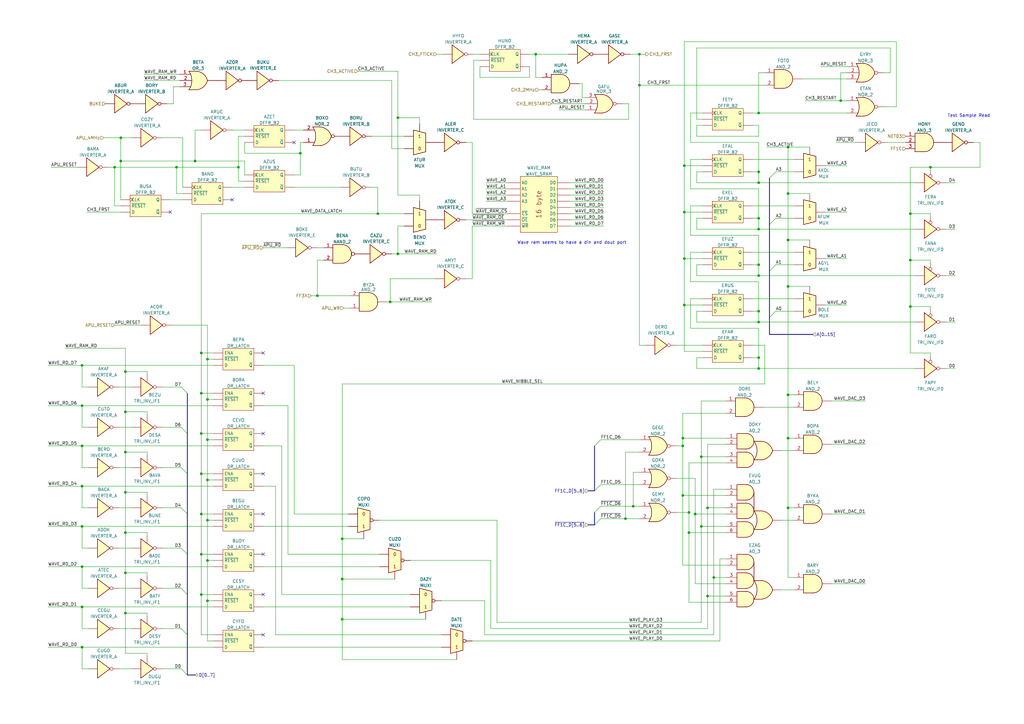
<source format=kicad_sch>
(kicad_sch (version 20211123) (generator eeschema)
  (paper "A3")
  (title_block (title "DMG CPU B") (date "2022-07-08") (rev "0.1") (company "CC-BY-SA-4.0 Régis Galland & Michael Singer -- Derived work from Furrtek") (comment 1 "https://github.com/msinger/dmg-schematics"))
  (junction (at 691.515 113.665))
  (junction (at 640.715 113.03))
  (junction (at 80.01 66.04))
  (junction (at 130.175 121.285))
  (junction (at 85.09 147.32))
  (junction (at 280.035 182.88))
  (junction (at 323.215 98.425))
  (junction (at 373.38 87.63))
  (junction (at 259.715 207.645))
  (junction (at 51.435 168.91))
  (junction (at 280.035 179.705))
  (junction (at 85.09 163.83))
  (junction (at 85.09 180.34))
  (junction (at 311.15 132.08))
  (junction (at 373.38 125.73))
  (junction (at 140.335 220.98))
  (junction (at 82.55 194.31))
  (junction (at 163.195 48.26))
  (junction (at 33.655 215.9))
  (junction (at 290.195 244.475))
  (junction (at 282.575 218.44))
  (junction (at 85.09 246.38))
  (junction (at 154.94 87.63))
  (junction (at 287.655 187.325))
  (junction (at 85.09 196.85))
  (junction (at 282.575 210.185))
  (junction (at 323.215 208.28))
  (junction (at 311.15 89.535))
  (junction (at 280.67 106.045))
  (junction (at 33.655 232.41))
  (junction (at 72.39 68.58))
  (junction (at 532.13 134.62))
  (junction (at 51.435 201.93))
  (junction (at 51.435 234.95))
  (junction (at 49.53 66.04))
  (junction (at 82.55 161.29))
  (junction (at 677.545 113.665))
  (junction (at 285.115 210.82))
  (junction (at 280.035 203.2))
  (junction (at 614.045 83.185))
  (junction (at 323.215 117.475))
  (junction (at 344.805 41.275))
  (junction (at 160.02 123.825))
  (junction (at 97.79 68.58))
  (junction (at 280.67 125.095))
  (junction (at 256.54 212.725))
  (junction (at 51.435 218.44))
  (junction (at 311.15 108.585))
  (junction (at 311.15 127.635))
  (junction (at 51.435 185.42))
  (junction (at 323.215 161.925))
  (junction (at 82.55 210.82))
  (junction (at 49.53 56.515))
  (junction (at 292.735 236.855))
  (junction (at 280.67 67.945))
  (junction (at 311.15 146.685))
  (junction (at 311.15 46.355))
  (junction (at 46.99 68.58))
  (junction (at 82.55 227.33))
  (junction (at 287.655 215.9))
  (junction (at 311.15 70.485))
  (junction (at 33.655 166.37))
  (junction (at 290.195 208.28))
  (junction (at 381.635 68.58))
  (junction (at 311.15 151.13))
  (junction (at 85.09 229.87))
  (junction (at 123.19 62.865))
  (junction (at 51.435 251.46))
  (junction (at 373.38 106.68))
  (junction (at 311.15 74.93))
  (junction (at 311.15 113.03))
  (junction (at 576.58 106.045))
  (junction (at 140.335 254))
  (junction (at 51.435 152.4))
  (junction (at 33.655 149.86))
  (junction (at 323.215 60.325))
  (junction (at 280.67 86.995))
  (junction (at 311.15 93.98))
  (junction (at 650.24 113.03))
  (junction (at 140.335 237.49))
  (junction (at 33.655 182.88))
  (junction (at 624.84 91.44))
  (junction (at 219.71 22.225))
  (junction (at 85.09 213.36))
  (junction (at 33.655 248.92))
  (junction (at 323.215 179.705))
  (junction (at 33.655 199.39))
  (junction (at 82.55 243.84))
  (junction (at 262.255 34.925))
  (junction (at 163.195 104.14))
  (junction (at 262.255 22.225))
  (junction (at 33.655 265.43))
  (junction (at 323.215 79.375))
  (junction (at 82.55 144.78))
  (junction (at 82.55 177.8))
  (no_connect (at 107.95 260.35))
  (no_connect (at 120.65 58.42))
  (no_connect (at 107.95 177.8))
  (no_connect (at 107.95 227.33))
  (no_connect (at 95.25 81.915))
  (no_connect (at 69.85 86.995))
  (no_connect (at 107.95 243.84))
  (no_connect (at 107.95 210.82))
  (no_connect (at 107.95 194.31))
  (no_connect (at 107.95 161.29))
  (no_connect (at 107.95 144.78))
  (bus_entry (at 74.295 224.79) (size 2.54 2.54))
  (bus_entry (at 243.84 210.185) (size 2.54 -2.54))
  (bus_entry (at 74.295 158.75) (size 2.54 2.54))
  (bus_entry (at 74.295 191.77) (size 2.54 2.54))
  (bus_entry (at 74.295 208.28) (size 2.54 2.54))
  (bus_entry (at 74.295 175.26) (size 2.54 2.54))
  (bus_entry (at 243.84 182.88) (size 2.54 -2.54))
  (bus_entry (at 318.135 89.535) (size -2.54 2.54))
  (bus_entry (at 318.135 108.585) (size -2.54 2.54))
  (bus_entry (at 318.135 127.635) (size -2.54 2.54))
  (bus_entry (at 318.135 70.485) (size -2.54 2.54))
  (bus_entry (at 74.295 241.3) (size 2.54 2.54))
  (bus_entry (at 74.295 257.81) (size 2.54 2.54))
  (bus_entry (at 74.295 274.32) (size 2.54 2.54))
  (bus_entry (at 243.84 201.295) (size 2.54 -2.54))
  (bus_entry (at 243.84 215.265) (size 2.54 -2.54))
  (wire (pts (xy 82.55 53.34) (xy 80.01 53.34)))
  (wire (pts (xy 194.31 24.765) (xy 196.85 24.765)))
  (wire (pts (xy 246.38 198.755) (xy 262.255 198.755)))
  (wire (pts (xy 280.035 179.705) (xy 297.815 179.705)))
  (wire (pts (xy 193.675 262.89) (xy 295.275 262.89)))
  (wire (pts (xy 51.435 218.44) (xy 60.325 218.44)))
  (wire (pts (xy 381.635 146.05) (xy 381.635 144.78)))
  (wire (pts (xy 285.115 239.395) (xy 285.115 210.82)))
  (wire (pts (xy 668.02 126.365) (xy 668.02 137.16)))
  (wire (pts (xy 85.09 229.87) (xy 85.09 246.38)))
  (wire (pts (xy 318.135 70.485) (xy 325.755 70.485)))
  (wire (pts (xy 391.795 151.13) (xy 387.985 151.13)))
  (wire (pts (xy 325.755 161.925) (xy 323.215 161.925)))
  (wire (pts (xy 287.655 255.27) (xy 287.655 215.9)))
  (wire (pts (xy 285.75 89.535) (xy 285.75 93.98)))
  (wire (pts (xy 325.755 208.28) (xy 323.215 208.28)))
  (bus (pts (xy 76.835 276.86) (xy 80.01 276.86)))
  (wire (pts (xy 574.04 139.065) (xy 574.04 128.905)))
  (wire (pts (xy 82.55 177.8) (xy 82.55 194.31)))
  (wire (pts (xy 313.69 157.48) (xy 140.335 157.48)))
  (wire (pts (xy 318.135 127.635) (xy 325.755 127.635)))
  (wire (pts (xy 246.38 212.725) (xy 256.54 212.725)))
  (wire (pts (xy 561.34 106.045) (xy 576.58 106.045)))
  (wire (pts (xy 381.635 68.58) (xy 401.955 68.58)))
  (wire (pts (xy 311.15 108.585) (xy 311.15 96.52)))
  (wire (pts (xy 33.655 182.88) (xy 87.63 182.88)))
  (wire (pts (xy 217.17 31.75) (xy 217.17 27.305)))
  (wire (pts (xy 198.755 260.35) (xy 198.755 246.38)))
  (bus (pts (xy 315.595 92.075) (xy 315.595 111.125)))
  (wire (pts (xy 391.795 132.08) (xy 387.985 132.08)))
  (wire (pts (xy 194.31 24.765) (xy 194.31 48.895)))
  (wire (pts (xy 262.255 185.42) (xy 256.54 185.42)))
  (wire (pts (xy 624.84 91.44) (xy 593.09 91.44)))
  (wire (pts (xy 51.435 267.97) (xy 60.325 267.97)))
  (wire (pts (xy 516.255 105.41) (xy 516.255 113.665)))
  (wire (pts (xy 73.66 30.48) (xy 59.055 30.48)))
  (wire (pts (xy 82.55 194.31) (xy 87.63 194.31)))
  (polyline (pts (xy 709.295 50.165) (xy 709.295 323.215)))
  (wire (pts (xy 285.75 132.08) (xy 311.15 132.08)))
  (wire (pts (xy 340.995 182.245) (xy 354.965 182.245)))
  (wire (pts (xy 494.03 132.08) (xy 539.115 132.08)))
  (wire (pts (xy 485.775 128.27) (xy 485.775 131.445)))
  (wire (pts (xy 283.21 77.47) (xy 283.21 65.405)))
  (wire (pts (xy 19.685 149.86) (xy 33.655 149.86)))
  (wire (pts (xy 82.55 243.84) (xy 82.55 260.35)))
  (wire (pts (xy 328.93 32.385) (xy 347.345 32.385)))
  (wire (pts (xy 288.29 144.145) (xy 280.67 144.145)))
  (wire (pts (xy 362.585 43.815) (xy 367.665 43.815)))
  (wire (pts (xy 48.895 191.77) (xy 53.975 191.77)))
  (wire (pts (xy 288.29 127.635) (xy 285.75 127.635)))
  (wire (pts (xy 297.815 239.395) (xy 285.115 239.395)))
  (wire (pts (xy 42.545 56.515) (xy 49.53 56.515)))
  (wire (pts (xy 95.25 53.34) (xy 100.33 53.34)))
  (wire (pts (xy 33.655 274.32) (xy 36.195 274.32)))
  (wire (pts (xy 113.03 260.35) (xy 113.03 199.39)))
  (wire (pts (xy 636.27 141.605) (xy 636.27 113.03)))
  (wire (pts (xy 82.55 243.84) (xy 87.63 243.84)))
  (bus (pts (xy 315.595 137.16) (xy 333.375 137.16)))
  (bus (pts (xy 76.835 243.84) (xy 76.835 260.35)))
  (wire (pts (xy 513.715 74.295) (xy 576.58 74.295)))
  (wire (pts (xy 323.215 179.705) (xy 323.215 208.28)))
  (wire (pts (xy 51.435 234.95) (xy 60.325 234.95)))
  (wire (pts (xy 264.795 22.225) (xy 262.255 22.225)))
  (wire (pts (xy 163.195 48.26) (xy 163.195 80.01)))
  (wire (pts (xy 476.885 108.585) (xy 472.44 108.585)))
  (wire (pts (xy 80.01 66.04) (xy 100.33 66.04)))
  (wire (pts (xy 107.95 232.41) (xy 155.575 232.41)))
  (wire (pts (xy 240.03 40.005) (xy 238.76 40.005)))
  (wire (pts (xy 146.685 29.21) (xy 163.195 29.21)))
  (wire (pts (xy 367.665 17.145) (xy 280.67 17.145)))
  (wire (pts (xy 51.435 168.91) (xy 60.325 168.91)))
  (wire (pts (xy 373.38 106.68) (xy 373.38 125.73)))
  (bus (pts (xy 76.835 260.35) (xy 76.835 276.86)))
  (wire (pts (xy 258.445 22.225) (xy 262.255 22.225)))
  (wire (pts (xy 140.335 220.98) (xy 140.335 237.49)))
  (wire (pts (xy 82.55 210.82) (xy 82.55 227.33)))
  (wire (pts (xy 154.94 87.63) (xy 154.94 76.835)))
  (wire (pts (xy 160.02 114.3) (xy 160.02 123.825)))
  (wire (pts (xy 650.24 113.03) (xy 650.24 106.045)))
  (wire (pts (xy 120.65 53.34) (xy 124.46 53.34)))
  (wire (pts (xy 233.68 90.17) (xy 247.65 90.17)))
  (wire (pts (xy 74.93 56.515) (xy 66.675 56.515)))
  (wire (pts (xy 381.635 106.68) (xy 373.38 106.68)))
  (wire (pts (xy 365.125 29.845) (xy 365.125 19.685)))
  (wire (pts (xy 51.435 251.46) (xy 60.325 251.46)))
  (wire (pts (xy 165.735 55.88) (xy 152.4 55.88)))
  (wire (pts (xy 614.045 83.185) (xy 598.17 83.185)))
  (wire (pts (xy 313.69 141.605) (xy 313.69 157.48)))
  (wire (pts (xy 233.68 82.55) (xy 247.65 82.55)))
  (wire (pts (xy 277.495 210.185) (xy 282.575 210.185)))
  (wire (pts (xy 48.895 158.75) (xy 53.975 158.75)))
  (wire (pts (xy 338.455 67.945) (xy 347.345 67.945)))
  (wire (pts (xy 66.675 191.77) (xy 74.295 191.77)))
  (wire (pts (xy 82.55 227.33) (xy 87.63 227.33)))
  (wire (pts (xy 311.15 132.08) (xy 375.285 132.08)))
  (wire (pts (xy 107.95 248.92) (xy 168.275 248.92)))
  (wire (pts (xy 508.635 113.03) (xy 504.19 113.03)))
  (wire (pts (xy 33.655 199.39) (xy 87.63 199.39)))
  (wire (pts (xy 677.545 113.665) (xy 673.1 113.665)))
  (wire (pts (xy 85.09 213.36) (xy 87.63 213.36)))
  (wire (pts (xy 154.94 87.63) (xy 165.735 87.63)))
  (wire (pts (xy 51.435 201.93) (xy 51.435 218.44)))
  (bus (pts (xy 76.835 194.31) (xy 76.835 210.82)))
  (wire (pts (xy 66.675 158.75) (xy 74.295 158.75)))
  (wire (pts (xy 283.21 46.355) (xy 288.29 46.355)))
  (wire (pts (xy 160.02 123.825) (xy 158.75 123.825)))
  (wire (pts (xy 283.21 96.52) (xy 283.21 84.455)))
  (wire (pts (xy 33.655 248.92) (xy 87.63 248.92)))
  (wire (pts (xy 558.8 128.905) (xy 558.8 134.62)))
  (wire (pts (xy 323.215 79.375) (xy 323.215 98.425)))
  (wire (pts (xy 80.01 53.34) (xy 80.01 66.04)))
  (wire (pts (xy 311.15 108.585) (xy 308.61 108.585)))
  (wire (pts (xy 311.15 127.635) (xy 311.15 115.57)))
  (wire (pts (xy 82.55 194.31) (xy 82.55 210.82)))
  (wire (pts (xy 140.97 126.365) (xy 143.51 126.365)))
  (wire (pts (xy 262.255 34.925) (xy 313.69 34.925)))
  (wire (pts (xy 280.035 203.2) (xy 280.035 182.88)))
  (wire (pts (xy 614.045 83.185) (xy 614.045 113.03)))
  (wire (pts (xy 85.09 229.87) (xy 87.63 229.87)))
  (wire (pts (xy 57.785 133.35) (xy 46.99 133.35)))
  (wire (pts (xy 595.63 128.27) (xy 595.63 148.59)))
  (wire (pts (xy 381.635 144.78) (xy 373.38 144.78)))
  (wire (pts (xy 74.93 76.835) (xy 74.93 56.515)))
  (polyline (pts (xy 709.295 323.215) (xy 450.215 323.215)))
  (wire (pts (xy 60.325 152.4) (xy 60.325 153.67)))
  (wire (pts (xy 516.255 137.795) (xy 478.79 137.795)))
  (wire (pts (xy 168.275 243.84) (xy 115.57 243.84)))
  (wire (pts (xy 140.335 254) (xy 140.335 270.51)))
  (wire (pts (xy 46.99 68.58) (xy 46.99 84.455)))
  (wire (pts (xy 283.21 115.57) (xy 283.21 103.505)))
  (wire (pts (xy 100.33 66.04) (xy 100.33 71.755)))
  (wire (pts (xy 107.95 265.43) (xy 180.975 265.43)))
  (wire (pts (xy 85.09 262.89) (xy 87.63 262.89)))
  (bus (pts (xy 315.595 130.175) (xy 315.595 137.16)))
  (wire (pts (xy 196.85 31.75) (xy 217.17 31.75)))
  (wire (pts (xy 467.36 105.41) (xy 467.36 113.03)))
  (wire (pts (xy 71.12 42.545) (xy 68.58 42.545)))
  (wire (pts (xy 320.675 184.785) (xy 325.755 184.785)))
  (wire (pts (xy 196.85 27.305) (xy 196.85 31.75)))
  (wire (pts (xy 323.215 60.325) (xy 323.215 79.375)))
  (wire (pts (xy 280.67 106.045) (xy 288.29 106.045)))
  (wire (pts (xy 548.64 110.49) (xy 548.64 139.065)))
  (wire (pts (xy 677.545 135.89) (xy 677.545 126.365)))
  (wire (pts (xy 593.09 91.44) (xy 593.09 113.03)))
  (wire (pts (xy 100.33 74.295) (xy 97.79 74.295)))
  (wire (pts (xy 469.9 153.035) (xy 490.22 153.035)))
  (wire (pts (xy 19.685 215.9) (xy 33.655 215.9)))
  (wire (pts (xy 668.02 83.185) (xy 668.02 113.665)))
  (wire (pts (xy 285.75 127.635) (xy 285.75 132.08)))
  (wire (pts (xy 198.755 246.38) (xy 180.975 246.38)))
  (wire (pts (xy 532.13 110.49) (xy 532.13 134.62)))
  (wire (pts (xy 280.035 231.775) (xy 280.035 203.2)))
  (wire (pts (xy 208.28 74.93) (xy 199.39 74.93)))
  (wire (pts (xy 311.15 96.52) (xy 283.21 96.52)))
  (wire (pts (xy 51.435 201.93) (xy 60.325 201.93)))
  (wire (pts (xy 290.195 208.28) (xy 297.815 208.28)))
  (wire (pts (xy 198.755 260.35) (xy 292.735 260.35)))
  (wire (pts (xy 123.19 58.42) (xy 124.46 58.42)))
  (wire (pts (xy 311.15 146.685) (xy 308.61 146.685)))
  (wire (pts (xy 280.67 86.995) (xy 280.67 106.045)))
  (wire (pts (xy 118.11 166.37) (xy 118.11 227.33)))
  (wire (pts (xy 115.57 243.84) (xy 115.57 182.88)))
  (wire (pts (xy 608.965 113.03) (xy 608.965 102.87)))
  (wire (pts (xy 338.455 125.095) (xy 347.345 125.095)))
  (wire (pts (xy 277.495 196.215) (xy 285.115 196.215)))
  (wire (pts (xy 140.335 237.49) (xy 161.925 237.49)))
  (wire (pts (xy 391.795 113.03) (xy 387.985 113.03)))
  (wire (pts (xy 290.195 244.475) (xy 290.195 208.28)))
  (wire (pts (xy 85.09 196.85) (xy 87.63 196.85)))
  (wire (pts (xy 283.21 122.555) (xy 288.29 122.555)))
  (wire (pts (xy 323.215 208.28) (xy 323.215 236.855)))
  (wire (pts (xy 233.68 92.71) (xy 247.65 92.71)))
  (wire (pts (xy 82.55 260.35) (xy 87.63 260.35)))
  (wire (pts (xy 19.685 199.39) (xy 33.655 199.39)))
  (wire (pts (xy 282.575 247.015) (xy 297.815 247.015)))
  (bus (pts (xy 76.835 210.82) (xy 76.835 227.33)))
  (wire (pts (xy 318.135 89.535) (xy 325.755 89.535)))
  (wire (pts (xy 320.675 241.935) (xy 325.755 241.935)))
  (wire (pts (xy 691.515 113.665) (xy 687.07 113.665)))
  (wire (pts (xy 323.215 236.855) (xy 325.755 236.855)))
  (wire (pts (xy 19.685 232.41) (xy 33.655 232.41)))
  (wire (pts (xy 283.21 84.455) (xy 288.29 84.455)))
  (wire (pts (xy 51.435 185.42) (xy 51.435 201.93)))
  (wire (pts (xy 287.655 215.9) (xy 297.815 215.9)))
  (wire (pts (xy 285.75 113.03) (xy 311.15 113.03)))
  (wire (pts (xy 33.655 166.37) (xy 87.63 166.37)))
  (wire (pts (xy 262.255 22.225) (xy 262.255 34.925)))
  (wire (pts (xy 461.645 105.41) (xy 467.36 105.41)))
  (wire (pts (xy 658.495 141.605) (xy 658.495 126.365)))
  (wire (pts (xy 485.14 74.295) (xy 501.015 74.295)))
  (wire (pts (xy 297.815 229.235) (xy 295.275 229.235)))
  (wire (pts (xy 500.38 95.885) (xy 516.255 95.885)))
  (wire (pts (xy 691.515 126.365) (xy 691.515 135.255)))
  (wire (pts (xy 636.27 113.03) (xy 640.715 113.03)))
  (wire (pts (xy 636.27 141.605) (xy 658.495 141.605)))
  (wire (pts (xy 285.75 151.13) (xy 311.15 151.13)))
  (wire (pts (xy 381.635 127) (xy 381.635 125.73)))
  (wire (pts (xy 571.5 85.09) (xy 571.5 113.665)))
  (wire (pts (xy 85.09 196.85) (xy 85.09 213.36)))
  (wire (pts (xy 51.435 152.4) (xy 51.435 168.91)))
  (wire (pts (xy 320.675 213.36) (xy 325.755 213.36)))
  (wire (pts (xy 82.55 161.29) (xy 82.55 177.8)))
  (wire (pts (xy 311.15 70.485) (xy 311.15 58.42)))
  (wire (pts (xy 240.03 45.085) (xy 229.235 45.085)))
  (wire (pts (xy 60.325 218.44) (xy 60.325 219.71)))
  (wire (pts (xy 311.15 93.98) (xy 375.285 93.98)))
  (wire (pts (xy 33.655 265.43) (xy 87.63 265.43)))
  (wire (pts (xy 311.15 51.435) (xy 308.61 51.435)))
  (wire (pts (xy 323.215 161.925) (xy 323.215 179.705)))
  (wire (pts (xy 288.29 48.895) (xy 285.75 48.895)))
  (wire (pts (xy 130.175 121.285) (xy 130.175 106.68)))
  (wire (pts (xy 292.735 200.66) (xy 297.815 200.66)))
  (wire (pts (xy 340.995 239.395) (xy 354.965 239.395)))
  (wire (pts (xy 483.235 108.585) (xy 478.79 108.585)))
  (wire (pts (xy 113.03 199.39) (xy 107.95 199.39)))
  (wire (pts (xy 285.75 51.435) (xy 285.75 55.88)))
  (wire (pts (xy 85.09 163.83) (xy 85.09 180.34)))
  (wire (pts (xy 163.195 29.21) (xy 163.195 48.26)))
  (wire (pts (xy 340.995 164.465) (xy 354.965 164.465)))
  (wire (pts (xy 82.55 210.82) (xy 87.63 210.82)))
  (wire (pts (xy 576.58 106.045) (xy 576.58 113.665)))
  (wire (pts (xy 191.135 114.3) (xy 193.675 114.3)))
  (wire (pts (xy 290.195 244.475) (xy 290.195 257.81)))
  (wire (pts (xy 627.38 128.27) (xy 627.38 148.59)))
  (wire (pts (xy 344.805 29.845) (xy 344.805 41.275)))
  (wire (pts (xy 208.28 87.63) (xy 193.675 87.63)))
  (bus (pts (xy 315.595 111.125) (xy 315.595 130.175)))
  (wire (pts (xy 280.67 144.145) (xy 280.67 125.095)))
  (bus (pts (xy 243.84 210.185) (xy 243.84 215.265)))
  (wire (pts (xy 280.67 67.945) (xy 280.67 86.995)))
  (wire (pts (xy 255.27 42.545) (xy 257.81 42.545)))
  (wire (pts (xy 556.26 95.885) (xy 556.26 113.665)))
  (wire (pts (xy 650.24 137.16) (xy 668.02 137.16)))
  (wire (pts (xy 51.435 152.4) (xy 60.325 152.4)))
  (wire (pts (xy 280.035 169.545) (xy 297.815 169.545)))
  (wire (pts (xy 71.12 35.56) (xy 71.12 42.545)))
  (wire (pts (xy 66.675 241.3) (xy 74.295 241.3)))
  (wire (pts (xy 179.07 22.225) (xy 181.61 22.225)))
  (wire (pts (xy 288.29 141.605) (xy 277.495 141.605)))
  (wire (pts (xy 139.7 76.835) (xy 120.65 76.835)))
  (wire (pts (xy 233.68 77.47) (xy 247.65 77.47)))
  (wire (pts (xy 285.75 146.685) (xy 285.75 151.13)))
  (wire (pts (xy 163.195 104.14) (xy 163.195 92.71)))
  (wire (pts (xy 313.055 167.005) (xy 325.755 167.005)))
  (wire (pts (xy 508.635 134.62) (xy 532.13 134.62)))
  (wire (pts (xy 95.25 76.835) (xy 100.33 76.835)))
  (wire (pts (xy 107.95 101.6) (xy 117.475 101.6)))
  (wire (pts (xy 140.335 237.49) (xy 140.335 254)))
  (wire (pts (xy 311.15 58.42) (xy 283.21 58.42)))
  (wire (pts (xy 33.655 232.41) (xy 87.63 232.41)))
  (wire (pts (xy 561.34 106.045) (xy 561.34 113.665)))
  (wire (pts (xy 33.655 224.79) (xy 33.655 215.9)))
  (wire (pts (xy 201.295 257.81) (xy 201.295 229.87)))
  (wire (pts (xy 311.15 113.03) (xy 311.15 108.585)))
  (wire (pts (xy 347.345 29.845) (xy 344.805 29.845)))
  (wire (pts (xy 33.655 158.75) (xy 36.195 158.75)))
  (wire (pts (xy 97.79 55.88) (xy 97.79 68.58)))
  (wire (pts (xy 311.15 46.355) (xy 311.15 29.845)))
  (wire (pts (xy 501.65 128.27) (xy 501.65 135.89)))
  (wire (pts (xy 308.61 84.455) (xy 325.755 84.455)))
  (wire (pts (xy 608.965 102.87) (xy 640.715 102.87)))
  (wire (pts (xy 285.75 108.585) (xy 285.75 113.03)))
  (wire (pts (xy 33.655 241.3) (xy 36.195 241.3)))
  (wire (pts (xy 323.215 117.475) (xy 323.215 161.925)))
  (wire (pts (xy 143.51 121.285) (xy 130.175 121.285)))
  (wire (pts (xy 643.255 128.27) (xy 643.255 148.59)))
  (wire (pts (xy 323.215 117.475) (xy 332.105 117.475)))
  (wire (pts (xy 311.15 151.13) (xy 375.285 151.13)))
  (wire (pts (xy 288.29 70.485) (xy 285.75 70.485)))
  (wire (pts (xy 165.735 60.96) (xy 160.655 60.96)))
  (wire (pts (xy 193.675 92.71) (xy 193.675 114.3)))
  (wire (pts (xy 285.75 19.685) (xy 285.75 48.895)))
  (wire (pts (xy 60.325 251.46) (xy 60.325 252.73)))
  (wire (pts (xy 311.15 70.485) (xy 308.61 70.485)))
  (wire (pts (xy 97.79 55.88) (xy 100.33 55.88)))
  (wire (pts (xy 485.775 131.445) (xy 476.885 131.445)))
  (wire (pts (xy 292.735 236.855) (xy 292.735 200.66)))
  (wire (pts (xy 46.99 68.58) (xy 72.39 68.58)))
  (wire (pts (xy 288.29 146.685) (xy 285.75 146.685)))
  (wire (pts (xy 257.81 42.545) (xy 257.81 48.895)))
  (wire (pts (xy 256.54 212.725) (xy 262.255 212.725)))
  (bus (pts (xy 76.835 177.8) (xy 76.835 194.31)))
  (wire (pts (xy 69.85 81.915) (xy 74.93 81.915)))
  (wire (pts (xy 262.255 141.605) (xy 264.795 141.605)))
  (wire (pts (xy 318.135 108.585) (xy 325.755 108.585)))
  (wire (pts (xy 488.315 113.03) (xy 488.315 108.585)))
  (wire (pts (xy 127.635 121.285) (xy 130.175 121.285)))
  (wire (pts (xy 107.95 166.37) (xy 118.11 166.37)))
  (wire (pts (xy 33.655 224.79) (xy 36.195 224.79)))
  (wire (pts (xy 292.735 236.855) (xy 297.815 236.855)))
  (wire (pts (xy 262.255 193.675) (xy 259.715 193.675)))
  (wire (pts (xy 194.31 22.225) (xy 196.85 22.225)))
  (wire (pts (xy 208.28 82.55) (xy 199.39 82.55)))
  (wire (pts (xy 461.645 135.89) (xy 461.645 105.41)))
  (wire (pts (xy 120.65 210.82) (xy 142.875 210.82)))
  (wire (pts (xy 48.895 274.32) (xy 53.975 274.32)))
  (wire (pts (xy 187.325 270.51) (xy 140.335 270.51)))
  (wire (pts (xy 163.195 48.26) (xy 172.085 48.26)))
  (wire (pts (xy 658.495 91.44) (xy 624.84 91.44)))
  (wire (pts (xy 19.685 182.88) (xy 33.655 182.88)))
  (wire (pts (xy 66.675 224.79) (xy 74.295 224.79)))
  (wire (pts (xy 624.84 91.44) (xy 624.84 113.03)))
  (wire (pts (xy 85.09 147.32) (xy 85.09 163.83)))
  (wire (pts (xy 193.675 58.42) (xy 191.135 58.42)))
  (wire (pts (xy 219.71 22.225) (xy 219.71 31.75)))
  (wire (pts (xy 49.53 66.04) (xy 80.01 66.04)))
  (wire (pts (xy 311.15 89.535) (xy 311.15 77.47)))
  (wire (pts (xy 60.325 201.93) (xy 60.325 203.2)))
  (wire (pts (xy 100.33 58.42) (xy 100.33 62.865)))
  (wire (pts (xy 499.11 105.41) (xy 499.11 113.03)))
  (wire (pts (xy 677.545 113.665) (xy 677.545 104.775)))
  (wire (pts (xy 193.675 92.71) (xy 208.28 92.71)))
  (wire (pts (xy 203.835 255.27) (xy 203.835 213.36)))
  (wire (pts (xy 60.325 267.97) (xy 60.325 269.24)))
  (wire (pts (xy 325.755 179.705) (xy 323.215 179.705)))
  (wire (pts (xy 516.255 126.365) (xy 516.255 137.795)))
  (wire (pts (xy 311.15 151.13) (xy 311.15 146.685)))
  (wire (pts (xy 285.75 70.485) (xy 285.75 74.93)))
  (wire (pts (xy 31.75 68.58) (xy 20.955 68.58)))
  (wire (pts (xy 33.655 257.81) (xy 36.195 257.81)))
  (wire (pts (xy 48.895 241.3) (xy 53.975 241.3)))
  (wire (pts (xy 82.55 144.78) (xy 82.55 161.29)))
  (wire (pts (xy 285.75 93.98) (xy 311.15 93.98)))
  (wire (pts (xy 365.125 19.685) (xy 285.75 19.685)))
  (wire (pts (xy 66.675 175.26) (xy 74.295 175.26)))
  (wire (pts (xy 285.115 196.215) (xy 285.115 210.82)))
  (wire (pts (xy 571.5 85.09) (xy 522.605 85.09)))
  (wire (pts (xy 280.035 179.705) (xy 280.035 169.545)))
  (wire (pts (xy 33.655 208.28) (xy 36.195 208.28)))
  (wire (pts (xy 85.09 180.34) (xy 85.09 196.85)))
  (wire (pts (xy 311.15 93.98) (xy 311.15 89.535)))
  (wire (pts (xy 163.195 80.01) (xy 172.085 80.01)))
  (wire (pts (xy 82.55 144.78) (xy 87.63 144.78)))
  (wire (pts (xy 288.29 89.535) (xy 285.75 89.535)))
  (wire (pts (xy 362.585 29.845) (xy 365.125 29.845)))
  (wire (pts (xy 51.435 234.95) (xy 51.435 251.46)))
  (wire (pts (xy 280.67 125.095) (xy 288.29 125.095)))
  (wire (pts (xy 85.09 262.89) (xy 85.09 246.38)))
  (wire (pts (xy 401.955 68.58) (xy 401.955 58.42)))
  (wire (pts (xy 194.31 48.895) (xy 257.81 48.895)))
  (wire (pts (xy 611.505 128.27) (xy 611.505 148.59)))
  (wire (pts (xy 60.325 234.95) (xy 60.325 236.22)))
  (wire (pts (xy 85.09 246.38) (xy 87.63 246.38)))
  (wire (pts (xy 82.55 177.8) (xy 87.63 177.8)))
  (wire (pts (xy 381.635 107.95) (xy 381.635 106.68)))
  (wire (pts (xy 233.68 85.09) (xy 247.65 85.09)))
  (wire (pts (xy 280.67 67.945) (xy 288.29 67.945)))
  (wire (pts (xy 70.485 133.35) (xy 85.09 133.35)))
  (wire (pts (xy 97.79 68.58) (xy 72.39 68.58)))
  (wire (pts (xy 237.49 34.29) (xy 238.76 34.29)))
  (wire (pts (xy 33.655 215.9) (xy 87.63 215.9)))
  (wire (pts (xy 256.54 185.42) (xy 256.54 212.725)))
  (wire (pts (xy 280.035 203.2) (xy 297.815 203.2)))
  (wire (pts (xy 650.24 113.03) (xy 650.24 137.16)))
  (wire (pts (xy 51.435 168.91) (xy 51.435 185.42)))
  (wire (pts (xy 259.715 207.645) (xy 262.255 207.645)))
  (bus (pts (xy 76.835 161.29) (xy 76.835 177.8)))
  (wire (pts (xy 476.885 131.445) (xy 476.885 108.585)))
  (wire (pts (xy 508.635 134.62) (xy 508.635 113.03)))
  (wire (pts (xy 614.045 83.185) (xy 668.02 83.185)))
  (wire (pts (xy 373.38 125.73) (xy 373.38 144.78)))
  (polyline (pts (xy 450.215 50.165) (xy 709.295 50.165)))
  (wire (pts (xy 51.435 251.46) (xy 51.435 267.97)))
  (wire (pts (xy 391.795 74.93) (xy 387.985 74.93)))
  (wire (pts (xy 347.345 27.305) (xy 336.55 27.305)))
  (wire (pts (xy 201.295 257.81) (xy 290.195 257.81)))
  (wire (pts (xy 541.655 110.49) (xy 548.64 110.49)))
  (wire (pts (xy 658.495 91.44) (xy 658.495 113.665)))
  (wire (pts (xy 472.44 108.585) (xy 472.44 113.03)))
  (wire (pts (xy 140.335 220.98) (xy 149.225 220.98)))
  (wire (pts (xy 673.1 113.665) (xy 673.1 135.89)))
  (wire (pts (xy 66.675 257.81) (xy 74.295 257.81)))
  (wire (pts (xy 97.79 74.295) (xy 97.79 68.58)))
  (wire (pts (xy 120.65 149.86) (xy 120.65 210.82)))
  (wire (pts (xy 340.995 210.82) (xy 354.965 210.82)))
  (wire (pts (xy 501.65 135.89) (xy 461.645 135.89)))
  (wire (pts (xy 314.325 60.325) (xy 323.215 60.325)))
  (wire (pts (xy 33.655 257.81) (xy 33.655 248.92)))
  (wire (pts (xy 160.655 33.02) (xy 114.3 33.02)))
  (wire (pts (xy 33.655 175.26) (xy 36.195 175.26)))
  (wire (pts (xy 381.635 125.73) (xy 373.38 125.73)))
  (wire (pts (xy 179.07 104.14) (xy 163.195 104.14)))
  (wire (pts (xy 163.195 92.71) (xy 165.735 92.71)))
  (wire (pts (xy 650.24 106.045) (xy 629.92 106.045)))
  (wire (pts (xy 219.71 22.225) (xy 217.17 22.225)))
  (bus (pts (xy 241.3 201.295) (xy 243.84 201.295)))
  (wire (pts (xy 290.195 208.28) (xy 290.195 182.245)))
  (wire (pts (xy 33.655 175.26) (xy 33.655 166.37)))
  (wire (pts (xy 280.67 106.045) (xy 280.67 125.095)))
  (wire (pts (xy 191.135 90.17) (xy 208.28 90.17)))
  (wire (pts (xy 180.975 260.35) (xy 113.03 260.35)))
  (wire (pts (xy 82.55 161.29) (xy 87.63 161.29)))
  (wire (pts (xy 287.655 164.465) (xy 297.815 164.465)))
  (wire (pts (xy 33.655 149.86) (xy 87.63 149.86)))
  (wire (pts (xy 311.15 89.535) (xy 308.61 89.535)))
  (wire (pts (xy 35.56 86.995) (xy 49.53 86.995)))
  (wire (pts (xy 238.76 34.29) (xy 238.76 40.005)))
  (wire (pts (xy 208.28 77.47) (xy 199.39 77.47)))
  (wire (pts (xy 323.215 98.425) (xy 332.105 98.425)))
  (wire (pts (xy 363.855 58.42) (xy 371.475 58.42)))
  (wire (pts (xy 85.09 147.32) (xy 87.63 147.32)))
  (bus (pts (xy 76.835 227.33) (xy 76.835 243.84)))
  (bus (pts (xy 243.84 182.88) (xy 243.84 201.295)))
  (wire (pts (xy 85.09 180.34) (xy 87.63 180.34)))
  (wire (pts (xy 691.515 113.665) (xy 691.515 104.775)))
  (wire (pts (xy 168.275 229.87) (xy 201.295 229.87)))
  (wire (pts (xy 548.64 139.065) (xy 574.04 139.065)))
  (wire (pts (xy 283.21 58.42) (xy 283.21 46.355)))
  (wire (pts (xy 172.085 50.8) (xy 172.085 48.26)))
  (wire (pts (xy 277.495 182.88) (xy 280.035 182.88)))
  (wire (pts (xy 155.575 213.36) (xy 203.835 213.36)))
  (wire (pts (xy 311.15 113.03) (xy 375.285 113.03)))
  (wire (pts (xy 246.38 180.34) (xy 262.255 180.34)))
  (wire (pts (xy 323.215 60.325) (xy 332.105 60.325)))
  (wire (pts (xy 280.035 182.88) (xy 280.035 179.705)))
  (wire (pts (xy 283.21 134.62) (xy 283.21 122.555)))
  (wire (pts (xy 33.655 208.28) (xy 33.655 199.39)))
  (wire (pts (xy 282.575 210.185) (xy 282.575 218.44)))
  (wire (pts (xy 311.15 74.93) (xy 375.285 74.93)))
  (wire (pts (xy 85.09 213.36) (xy 85.09 229.87)))
  (wire (pts (xy 283.21 103.505) (xy 288.29 103.505)))
  (wire (pts (xy 311.15 115.57) (xy 283.21 115.57)))
  (bus (pts (xy 315.595 73.025) (xy 315.595 92.075)))
  (wire (pts (xy 494.03 108.585) (xy 494.03 132.08)))
  (wire (pts (xy 287.655 255.27) (xy 203.835 255.27)))
  (wire (pts (xy 492.76 85.09) (xy 509.905 85.09)))
  (wire (pts (xy 49.53 66.04) (xy 49.53 56.515)))
  (wire (pts (xy 598.17 83.185) (xy 598.17 113.03)))
  (wire (pts (xy 262.255 34.925) (xy 262.255 141.605)))
  (wire (pts (xy 280.67 86.995) (xy 288.29 86.995)))
  (wire (pts (xy 123.19 58.42) (xy 123.19 62.865)))
  (wire (pts (xy 308.61 65.405) (xy 325.755 65.405)))
  (wire (pts (xy 66.675 274.32) (xy 74.295 274.32)))
  (wire (pts (xy 285.75 74.93) (xy 311.15 74.93)))
  (bus (pts (xy 243.84 215.265) (xy 241.3 215.265)))
  (wire (pts (xy 330.2 41.275) (xy 344.805 41.275)))
  (wire (pts (xy 85.09 133.35) (xy 85.09 147.32)))
  (wire (pts (xy 66.675 208.28) (xy 74.295 208.28)))
  (wire (pts (xy 33.655 274.32) (xy 33.655 265.43)))
  (wire (pts (xy 72.39 68.58) (xy 72.39 79.375)))
  (wire (pts (xy 19.685 265.43) (xy 33.655 265.43)))
  (wire (pts (xy 323.215 98.425) (xy 323.215 117.475)))
  (wire (pts (xy 311.15 29.845) (xy 313.69 29.845)))
  (wire (pts (xy 220.98 36.83) (xy 222.25 36.83)))
  (wire (pts (xy 308.61 103.505) (xy 325.755 103.505)))
  (wire (pts (xy 33.655 191.77) (xy 33.655 182.88)))
  (wire (pts (xy 219.71 31.75) (xy 222.25 31.75)))
  (wire (pts (xy 541.655 113.03) (xy 541.655 110.49)))
  (wire (pts (xy 172.085 82.55) (xy 172.085 80.01)))
  (wire (pts (xy 154.94 76.835) (xy 152.4 76.835)))
  (wire (pts (xy 311.15 132.08) (xy 311.15 127.635)))
  (wire (pts (xy 290.195 182.245) (xy 297.815 182.245)))
  (wire (pts (xy 308.61 141.605) (xy 313.69 141.605)))
  (wire (pts (xy 160.655 60.96) (xy 160.655 33.02)))
  (wire (pts (xy 311.15 127.635) (xy 308.61 127.635)))
  (wire (pts (xy 297.815 210.82) (xy 285.115 210.82)))
  (wire (pts (xy 280.67 17.145) (xy 280.67 67.945)))
  (wire (pts (xy 488.315 108.585) (xy 494.03 108.585)))
  (wire (pts (xy 308.61 46.355) (xy 311.15 46.355)))
  (wire (pts (xy 640.715 102.87) (xy 640.715 113.03)))
  (wire (pts (xy 287.655 187.325) (xy 287.655 164.465)))
  (wire (pts (xy 140.335 157.48) (xy 140.335 220.98)))
  (wire (pts (xy 323.215 79.375) (xy 332.105 79.375)))
  (wire (pts (xy 48.895 257.81) (xy 53.975 257.81)))
  (wire (pts (xy 381.635 68.58) (xy 373.38 68.58)))
  (wire (pts (xy 282.575 218.44) (xy 282.575 247.015)))
  (wire (pts (xy 33.655 191.77) (xy 36.195 191.77)))
  (wire (pts (xy 123.19 71.755) (xy 120.65 71.755)))
  (wire (pts (xy 130.175 101.6) (xy 132.715 101.6)))
  (wire (pts (xy 391.795 93.98) (xy 387.985 93.98)))
  (wire (pts (xy 282.575 189.865) (xy 297.815 189.865)))
  (wire (pts (xy 49.53 66.04) (xy 49.53 81.915)))
  (wire (pts (xy 208.28 80.01) (xy 199.39 80.01)))
  (wire (pts (xy 82.55 87.63) (xy 82.55 144.78)))
  (wire (pts (xy 51.435 218.44) (xy 51.435 234.95)))
  (wire (pts (xy 629.92 106.045) (xy 629.92 113.03)))
  (wire (pts (xy 73.66 35.56) (xy 71.12 35.56)))
  (wire (pts (xy 48.895 175.26) (xy 53.975 175.26)))
  (wire (pts (xy 72.39 79.375) (xy 74.93 79.375)))
  (wire (pts (xy 115.57 182.88) (xy 107.95 182.88)))
  (wire (pts (xy 469.9 128.27) (xy 469.9 153.035)))
  (wire (pts (xy 51.435 185.42) (xy 60.325 185.42)))
  (wire (pts (xy 246.38 207.645) (xy 259.715 207.645)))
  (wire (pts (xy 280.035 231.775) (xy 297.815 231.775)))
  (wire (pts (xy 687.07 113.665) (xy 687.07 135.255)))
  (wire (pts (xy 297.815 244.475) (xy 290.195 244.475)))
  (wire (pts (xy 82.55 87.63) (xy 154.94 87.63)))
  (wire (pts (xy 60.325 168.91) (xy 60.325 170.18)))
  (wire (pts (xy 539.115 132.08) (xy 539.115 128.27)))
  (wire (pts (xy 373.38 68.58) (xy 373.38 87.63)))
  (wire (pts (xy 33.655 241.3) (xy 33.655 232.41)))
  (wire (pts (xy 140.335 254) (xy 174.625 254)))
  (wire (pts (xy 297.815 218.44) (xy 282.575 218.44)))
  (wire (pts (xy 240.03 42.545) (xy 226.06 42.545)))
  (wire (pts (xy 60.325 185.42) (xy 60.325 186.69)))
  (wire (pts (xy 107.95 149.86) (xy 120.65 149.86)))
  (wire (pts (xy 308.61 122.555) (xy 325.755 122.555)))
  (wire (pts (xy 381.635 87.63) (xy 373.38 87.63)))
  (wire (pts (xy 311.15 46.355) (xy 347.345 46.355)))
  (wire (pts (xy 49.53 84.455) (xy 46.99 84.455)))
  (wire (pts (xy 51.435 142.875) (xy 51.435 152.4)))
  (wire (pts (xy 118.11 227.33) (xy 155.575 227.33)))
  (wire (pts (xy 528.955 95.885) (xy 556.26 95.885)))
  (wire (pts (xy 288.29 51.435) (xy 285.75 51.435)))
  (wire (pts (xy 123.19 71.755) (xy 123.19 62.865)))
  (wire (pts (xy 287.655 215.9) (xy 287.655 187.325)))
  (wire (pts (xy 100.33 62.865) (xy 123.19 62.865)))
  (wire (pts (xy 82.55 227.33) (xy 82.55 243.84)))
  (wire (pts (xy 73.66 33.02) (xy 59.055 33.02)))
  (wire (pts (xy 19.685 248.92) (xy 33.655 248.92)))
  (wire (pts (xy 48.895 224.79) (xy 53.975 224.79)))
  (wire (pts (xy 311.15 55.88) (xy 311.15 51.435)))
  (wire (pts (xy 373.38 87.63) (xy 373.38 106.68)))
  (wire (pts (xy 311.15 77.47) (xy 283.21 77.47)))
  (wire (pts (xy 51.435 142.875) (xy 26.67 142.875)))
  (wire (pts (xy 576.58 74.295) (xy 576.58 106.045)))
  (wire (pts (xy 381.635 88.9) (xy 381.635 87.63)))
  (wire (pts (xy 295.275 229.235) (xy 295.275 262.89)))
  (wire (pts (xy 130.175 106.68) (xy 132.715 106.68)))
  (wire (pts (xy 107.95 215.9) (xy 142.875 215.9)))
  (wire (pts (xy 19.685 166.37) (xy 33.655 166.37)))
  (wire (pts (xy 645.795 113.03) (xy 650.24 113.03)))
  (wire (pts (xy 160.655 104.14) (xy 163.195 104.14)))
  (wire (pts (xy 160.02 123.825) (xy 177.165 123.825)))
  (wire (pts (xy 85.09 163.83) (xy 87.63 163.83)))
  (wire (pts (xy 342.9 58.42) (xy 351.155 58.42)))
  (wire (pts (xy 478.79 137.795) (xy 478.79 108.585)))
  (wire (pts (xy 233.68 87.63) (xy 247.65 87.63)))
  (wire (pts (xy 285.75 55.88) (xy 311.15 55.88)))
  (wire (pts (xy 283.21 65.405) (xy 288.29 65.405)))
  (wire (pts (xy 516.255 105.41) (xy 499.11 105.41)))
  (wire (pts (xy 233.68 80.01) (xy 247.65 80.01)))
  (wire (pts (xy 401.955 58.42) (xy 399.415 58.42)))
  (wire (pts (xy 483.235 113.03) (xy 483.235 108.585)))
  (wire (pts (xy 178.435 114.3) (xy 160.02 114.3)))
  (wire (pts (xy 311.15 134.62) (xy 283.21 134.62)))
  (wire (pts (xy 347.345 41.275) (xy 344.805 41.275)))
  (wire (pts (xy 33.655 158.75) (xy 33.655 149.86)))
  (wire (pts (xy 193.675 58.42) (xy 193.675 87.63)))
  (wire (pts (xy 381.635 69.85) (xy 381.635 68.58)))
  (wire (pts (xy 292.735 260.35) (xy 292.735 236.855)))
  (wire (pts (xy 532.13 110.49) (xy 536.575 110.49)))
  (polyline (pts (xy 450.215 323.215) (xy 450.215 50.165)))
  (wire (pts (xy 282.575 189.865) (xy 282.575 210.185)))
  (wire (pts (xy 48.895 208.28) (xy 53.975 208.28)))
  (wire (pts (xy 44.45 68.58) (xy 46.99 68.58)))
  (wire (pts (xy 219.71 22.225) (xy 233.045 22.225)))
  (wire (pts (xy 367.665 43.815) (xy 367.665 17.145)))
  (wire (pts (xy 536.575 110.49) (xy 536.575 113.03)))
  (wire (pts (xy 259.715 193.675) (xy 259.715 207.645)))
  (wire (pts (xy 338.455 86.995) (xy 347.345 86.995)))
  (wire (pts (xy 49.53 56.515) (xy 53.975 56.515)))
  (wire (pts (xy 233.68 74.93) (xy 247.65 74.93)))
  (wire (pts (xy 311.15 146.685) (xy 311.15 134.62)))
  (wire (pts (xy 311.15 74.93) (xy 311.15 70.485)))
  (wire (pts (xy 288.29 108.585) (xy 285.75 108.585)))
  (wire (pts (xy 287.655 187.325) (xy 297.815 187.325)))
  (wire (pts (xy 338.455 106.045) (xy 347.345 106.045)))
  (wire (pts (xy 532.13 134.62) (xy 558.8 134.62)))
  (text "WIP - WRAM RAM connections" (at 624.205 73.66 0) (effects (font (size 1.27 1.27)) (justify left bottom)))
  (text "{signal: [\n  {name: 'APU_4MHZ',   wave: '1010101010101010101|01010101010101010101|0101010101010101'},\n  {name: 'CH3_2MHZ',   wave: '0.1.0.1.0.1.0.1.0.1|.0.1.0.1.0.1.0.1.0.1|.0.1.0.1.0.1.0.1'},\n  {name: 'CH3_ACTIVE', wave: '1..................|....................|................'},\n  {name: 'CH3_RESTART',wave: '0...1...0..........|....................|................'},\n  {name: 'CH3_FCOUNT', wave: 'x...3.......3......|.3...33..3...33..3..|.33..3...33..3..', data: [\"0x799\", \"0x79A\", \"0x7FF\", \"0x0\", \"0x7FE\", \"0x7FF\", \"0x0\", \"0x7FE\", \"0x7FF\", \"0x0\", \"0x7FE\", \"0x7FF\", \"0x0\", \"0x7FE\", \"0x7FF\"]},\n  {name: 'CH3_TICK',   wave: 'x...1..............|.....0.1.....0.1....|.0.1.....0.1....'},\n  {name: 'CH3_FRST',   wave: '0..................|.....1.0.....1.0....|.1.0.....1.0....'},\n  {name: 'WAVE_INDEX', wave: 'x...2..............|.......2.......2....|...2.......2....', data: [ 0, 1, 2, 31, 0]},\n  {name: 'BUSA.Q',     wave: '0..................|.....1.0.....1.0....|.1.0.....1.0....'},\n  {name: 'BANO.Q',     wave: '0..................|......1.0.....1.0...|..1.0.....1.0...'},\n  {name: 'AZUS.Q',     wave: '0..................|.......1.0.....1.0..|...1.0.....1.0..'},\n  {name: 'AZET.Q',     wave: '0..................|........1.0.....1.0.|....1.0.....1.0.'},\n  {name: '/RAM_OE',    wave: '1..................|........0.1.....0.1.|....0.1.....0.1.'},\n  {name: '/RAM_CS',    wave: '1..................|.......0..1....0..1.|...0..1....0..1.'},\n  \n  \n]}" (at -43.18 3.175 0) (effects (font (size 1.27 1.27)) (justify left bottom)))
  (text "RAM EN?\nSignal '1' when \n1) ACTIVE is low and RD or WR are taking place (CPU access).\n2) ACTIVE is high and RD is taking place (Sample RD cycles)\n\nThis means that writing during Sample RD can corrupt the RAM as RAM address is defined by Sample RD address and not the CPU address. " (at 472.44 168.275 0) (effects (font (size 1.27 1.27)) (justify left bottom)))
  (text "Wave ram seems to have a din and dout port" (at 212.09 100.33 0) (effects (font (size 1.27 1.27)) (justify left bottom)))
  (text "Test Sample Read" (at 388.62 48.26 0) (effects (font (size 1.27 1.27)) (justify left bottom)))
  (text "2-4 Decoder" (at 614.68 155.575 0) (effects (font (size 1.27 1.27)) (justify left bottom)))
  (label "WAVE_RD_D1" (at 247.65 77.47 180))
  (label "COL2" (at 611.505 148.59 0))
  (label "WAVE_DAC_D3" (at 354.965 164.465 180))
  (label "WAVE_RD_D4" (at 247.65 85.09 180))
  (label "WAVE_A3" (at 347.345 67.945 180))
  (label "D0" (at 391.795 151.13 180))
  (label "D4" (at 391.795 74.93 180))
  (label "APU_RESET" (at 20.955 68.58 0))
  (label "~{WAVE_RAM_CS}" (at 485.14 74.295 0))
  (label "A2" (at 318.135 89.535 0))
  (label "~{FF1C_D5}" (at 246.38 212.725 0))
  (label "D3" (at 74.295 224.79 180))
  (label "D2" (at 74.295 241.3 180))
  (label "WAVE_RD_D6" (at 247.65 90.17 180))
  (label "D5" (at 74.295 191.77 180))
  (label "WAVE_RD_D3" (at 247.65 82.55 180))
  (label "WAVE_RD_D0" (at 247.65 74.93 180))
  (label "WAVE_A1" (at 617.855 83.185 0))
  (label "WAVE_A2" (at 347.345 86.995 180))
  (label "WAVE_A2" (at 199.39 80.01 0))
  (label "CH3_ACTIVE" (at 314.325 60.325 0))
  (label "WAVE_NIBBLE_SEL" (at 205.74 157.48 0))
  (label "WAVE_PLAY_D2" (at 271.78 257.81 180))
  (label "COL1" (at 627.38 148.59 0))
  (label "WAVE_DAC_D0" (at 354.965 239.395 180))
  (label "WAVE_RAM_RD" (at 59.055 33.02 0))
  (label "WAVE_RD_D7" (at 19.685 149.86 0))
  (label "FF1C_D6" (at 246.38 180.34 0))
  (label "WAVE_DATA_LATCH" (at 140.335 87.63 180))
  (label "~{FF1C_D6}" (at 246.38 207.645 0))
  (label "WAVE_A0" (at 643.255 91.44 0))
  (label "TO_WRAM_RAM" (at 490.22 153.035 180))
  (label "FF1C_D5" (at 246.38 198.755 0))
  (label "WAVE_PLAY_D3" (at 271.78 255.27 180))
  (label "COL3" (at 595.63 148.59 0))
  (label "~{APU_RD}" (at 342.9 58.42 0))
  (label "~{APU_RD}" (at 107.95 101.6 0))
  (label "WAVE_A1" (at 347.345 106.045 180))
  (label "CH3_FRST" (at 265.43 34.925 0))
  (label "WAVE_RD_D5" (at 19.685 182.88 0))
  (label "CH3_ACTIVE" (at 146.685 29.21 0))
  (label "WAVE_A3" (at 199.39 82.55 0))
  (label "WAVE_A1" (at 199.39 77.47 0))
  (label "D1" (at 391.795 132.08 180))
  (label "WAVE_RD_D7" (at 247.65 92.71 180))
  (label "WAVE_DAC_D2" (at 354.965 182.245 180))
  (label "APU_RESET" (at 229.235 45.085 0))
  (label "A1" (at 318.135 108.585 0))
  (label "WAVE_RD_D2" (at 247.65 80.01 180))
  (label "WAVE_RAM_RD" (at 179.07 104.14 180))
  (label "D4" (at 74.295 208.28 180))
  (label "~{WAVE_RAM_WR}" (at 492.76 85.09 0))
  (label "WAVE_RAM_WR" (at 177.165 123.825 180))
  (label "WAVE_RAM_RD" (at 26.67 142.875 0))
  (label "COL0" (at 643.255 148.59 0))
  (label "D2" (at 391.795 113.03 180))
  (label "WAVE_PLAY_D0" (at 271.78 262.89 180))
  (label "CH3_RESTART" (at 226.06 42.545 0))
  (label "WAVE_PLAY_D1" (at 271.78 260.35 180))
  (label "APU_RESET" (at 46.99 133.35 0))
  (label "~{WAVE_RAM_OE}" (at 500.38 95.885 0))
  (label "WAVE_RD_D3" (at 19.685 215.9 0))
  (label "~{WAVE_RAM_WR}" (at 193.675 92.71 0))
  (label "WAVE_RD_D0" (at 19.685 265.43 0))
  (label "CH3_RESTART" (at 330.2 41.275 0))
  (label "WAVE_RD_D5" (at 247.65 87.63 180))
  (label "WAVE_DAC_D1" (at 354.965 210.82 180))
  (label "~{WAVE_RAM_OE}" (at 193.675 90.17 0))
  (label "WAVE_RD_D4" (at 19.685 199.39 0))
  (label "CH3_ACTIVE" (at 500.38 105.41 0))
  (label "CH3_FRST" (at 35.56 86.995 0))
  (label "WAVE_RD_D6" (at 19.685 166.37 0))
  (label "D1" (at 74.295 257.81 180))
  (label "WAVE_A0" (at 347.345 125.095 180))
  (label "A3" (at 318.135 70.485 0))
  (label "WAVE_A3" (at 691.515 104.775 270))
  (label "A0" (at 318.135 127.635 0))
  (label "WAVE_A0" (at 199.39 74.93 0))
  (label "D0" (at 74.295 274.32 180))
  (label "D6" (at 74.295 175.26 180))
  (label "APU_RESET" (at 336.55 27.305 0))
  (label "D7" (at 74.295 158.75 180))
  (label "WAVE_A2" (at 677.545 104.775 270))
  (label "WAVE_RD_D1" (at 19.685 248.92 0))
  (label "~{WAVE_RAM_CS}" (at 194.945 87.63 0))
  (label "WAVE_RD_D2" (at 19.685 232.41 0))
  (label "D3" (at 391.795 93.98 180))
  (label "WAVE_RAM_WR" (at 59.055 30.48 0))
  (hierarchical_label "CH3_2MHz" (shape input) (at 220.98 36.83 180))
  (hierarchical_label "A[0..15]" (shape input) (at 333.375 137.16 0))
  (hierarchical_label "FF3X" (shape input) (at 127.635 121.285 180))
  (hierarchical_label "BUKE" (shape input) (at 43.18 42.545 180))
  (hierarchical_label "APU_WR" (shape input) (at 140.97 126.365 180))
  (hierarchical_label "~{FF1C_D[5..6]}" (shape input) (at 241.3 215.265 180))
  (hierarchical_label "FF1C_D[5..6]" (shape input) (at 241.3 201.295 180))
  (hierarchical_label "CH3_FRST" (shape output) (at 264.795 22.225 0))
  (hierarchical_label "CH3_RESTART" (shape input) (at 226.06 42.545 180))
  (hierarchical_label "APU_4MHz" (shape input) (at 42.545 56.515 180))
  (hierarchical_label "CH3_FTICK" (shape input) (at 179.07 22.225 180))
  (hierarchical_label "~{APU_RD}" (shape input) (at 107.95 101.6 180))
  (hierarchical_label "APU_RESET" (shape input) (at 46.99 133.35 180))
  (hierarchical_label "NET03" (shape input) (at 371.475 55.88 180))
  (hierarchical_label "D[0..7]" (shape bidirectional) (at 80.01 276.86 0))
  (hierarchical_label "FF1C" (shape input) (at 371.475 60.96 180))
  (hierarchical_label "CH3_ACTIVE" (shape input) (at 146.685 29.21 180))
  (symbol (lib_id "DMG_CPU_Cells:TRI_INV_IF0") (at 381.635 151.13 0) (unit 1)
    (property "Reference" "FAPY" (at 381.635 156.9704 0))
    (property "Value" "TRI_INV_IF0" (at 381.635 159.5073 0))
    (property "Datasheet" "http://iceboy.a-singer.de/doc/dmg_cells.html#tri_inv_if0" (effects hide))
  )
  (symbol (lib_id "DMG_CPU_Cells:INVERTER_A") (at 252.095 22.225 0) (unit 1)
    (property "Reference" "GASE" (at 252.095 14.7152 0))
    (property "Value" "INVERTER_A" (at 252.095 17.2521 0))
    (property "Datasheet" "http://iceboy.a-singer.de/doc/dmg_cells.html#inv_a" (effects hide))
  )
  (symbol (lib_id "DMG_CPU_Cells:INVERTER_B") (at 146.05 55.88 0) (unit 1)
    (property "Reference" "BORU" (at 146.05 48.3702 0))
    (property "Value" "INVERTER_B" (at 146.05 50.9071 0))
    (property "Datasheet" "http://iceboy.a-singer.de/doc/dmg_cells.html#inv_b" (effects hide))
  )
  (symbol (lib_id "DMG_CPU_Cells:DFFR_B2") (at 207.01 24.765 0) (unit 1)
    (property "Reference" "HUNO" (at 207.01 16.7472 0))
    (property "Value" "DFFR_B2" (at 207.01 19.2841 0))
    (property "Datasheet" "http://iceboy.a-singer.de/doc/dmg_cells.html#dffr_b2" (effects hide))
  )
  (symbol (lib_id "DMG_CPU_Cells:DFFR_B2") (at 298.45 125.095 0) (unit 1)
    (property "Reference" "ERUS" (at 298.45 117.0772 0))
    (property "Value" "DFFR_B2" (at 298.45 119.6141 0))
    (property "Datasheet" "http://iceboy.a-singer.de/doc/dmg_cells.html#dffr_b2" (effects hide))
  )
  (symbol (lib_id "DMG_CPU_Cells:AND_2") (at 305.435 167.005 0) (unit 1)
    (property "Reference" "DORE" (at 305.435 159.4952 0))
    (property "Value" "AND_2" (at 305.435 162.0321 0))
    (property "Datasheet" "http://iceboy.a-singer.de/doc/dmg_cells.html#and2" (effects hide))
  )
  (symbol (lib_id "DMG_CPU_Cells:INVERTER_A") (at 42.545 257.81 0) (unit 1)
    (property "Reference" "CEGU" (at 42.545 250.3002 0))
    (property "Value" "INVERTER_A" (at 42.545 252.8371 0))
    (property "Datasheet" "http://iceboy.a-singer.de/doc/dmg_cells.html#inv_a" (effects hide))
  )
  (symbol (lib_id "DMG_CPU_Cells:NOR_3") (at 354.965 29.845 0) (unit 1)
    (property "Reference" "GYRY" (at 354.9648 22.3352 0))
    (property "Value" "NOR_3" (at 354.9648 24.8721 0))
    (property "Datasheet" "http://iceboy.a-singer.de/doc/dmg_cells.html#nor3" (effects hide))
  )
  (symbol (lib_id "DMG_CPU_Cells:INVERTER_C") (at 184.785 90.17 0) (unit 1)
    (property "Reference" "ATOK" (at 184.785 82.6602 0))
    (property "Value" "INVERTER_C" (at 184.785 85.09 0))
    (property "Datasheet" "http://iceboy.a-singer.de/doc/dmg_cells.html#inv_c" (effects hide))
  )
  (symbol (lib_id "DMG_CPU_Cells:DR_LATCH") (at 97.79 196.85 0) (unit 1)
    (property "Reference" "CUVO" (at 97.79 188.8322 0))
    (property "Value" "DR_LATCH" (at 97.79 191.3691 0))
    (property "Datasheet" "http://iceboy.a-singer.de/doc/dmg_cells.html#drlatch" (effects hide))
  )
  (symbol (lib_id "DMG_CPU_Cells:TRI_INV_IF1") (at 60.325 224.79 0) (unit 1)
    (property "Reference" "BADE" (at 63.5 227.965 0))
    (property "Value" "TRI_INV_IF1" (at 60.325 230.505 0))
    (property "Datasheet" "http://iceboy.a-singer.de/doc/dmg_cells.html#tri_inv_if1" (effects hide))
  )
  (symbol (lib_id "DMG_CPU_Cells:TRI_INV_IF1") (at 60.325 274.32 0) (unit 1)
    (property "Reference" "DUGU" (at 63.5 277.495 0))
    (property "Value" "TRI_INV_IF1" (at 60.325 280.035 0))
    (property "Datasheet" "http://iceboy.a-singer.de/doc/dmg_cells.html#tri_inv_if1" (effects hide))
  )
  (symbol (lib_id "DMG_CPU_Cells:INVERTER_A") (at 516.255 85.09 0) (unit 1)
    (property "Reference" "GENO?" (at 516.255 77.5802 0))
    (property "Value" "INVERTER_A" (at 516.255 80.1171 0))
    (property "Datasheet" "http://iceboy.a-singer.de/doc/dmg_cells.html#inv_a" (effects hide))
  )
  (symbol (lib_id "DMG_CPU_Cells:TRI_INV_IF1") (at 60.325 158.75 0) (unit 1)
    (property "Reference" "BEZU" (at 63.5 161.925 0))
    (property "Value" "TRI_INV_IF1" (at 60.325 164.465 0))
    (property "Datasheet" "http://iceboy.a-singer.de/doc/dmg_cells.html#tri_inv_if1" (effects hide))
  )
  (symbol (lib_id "DMG_CPU_Cells:MUX") (at 172.085 90.17 0) (unit 1)
    (property "Reference" "BENO" (at 172.085 97.2804 0))
    (property "Value" "MUX" (at 172.085 99.8173 0))
    (property "Datasheet" "http://iceboy.a-singer.de/doc/dmg_cells.html#mux" (effects hide))
  )
  (symbol (lib_id "DMG_CPU_Cells:INVERTER_A") (at 64.135 133.35 0) (unit 1)
    (property "Reference" "ACOR" (at 64.135 125.8402 0))
    (property "Value" "INVERTER_A" (at 64.135 128.3771 0))
    (property "Datasheet" "http://iceboy.a-singer.de/doc/dmg_cells.html#inv_a" (effects hide))
  )
  (symbol (lib_id "DMG_CPU_Cells:MUXI") (at 161.925 229.87 0) (mirror x) (unit 1)
    (property "Reference" "CUZO" (at 161.925 221.0902 0))
    (property "Value" "MUXI" (at 161.925 223.6271 0))
    (property "Datasheet" "http://iceboy.a-singer.de/doc/dmg_cells.html#muxi" (effects hide))
  )
  (symbol (lib_id "DMG_CPU_Cells:INVERTER_A") (at 668.02 120.015 90) (mirror x) (unit 1)
    (property "Reference" "GENO?" (at 660.5102 120.015 0))
    (property "Value" "INVERTER_A" (at 663.0471 120.015 0))
    (property "Datasheet" "http://iceboy.a-singer.de/doc/dmg_cells.html#inv_a" (effects hide))
  )
  (symbol (lib_id "DMG_CPU_Cells:INVERTER_A") (at 88.9 53.34 0) (unit 1)
    (property "Reference" "ARUC" (at 88.9 45.8302 0))
    (property "Value" "INVERTER_A" (at 88.9 48.3671 0))
    (property "Datasheet" "http://iceboy.a-singer.de/doc/dmg_cells.html#inv_a" (effects hide))
  )
  (symbol (lib_id "DMG_CPU_Cells:AO_2") (at 309.245 184.785 0) (unit 1)
    (property "Reference" "DOKY" (at 309.5534 174.1002 0))
    (property "Value" "AO_2" (at 309.5534 176.6371 0))
    (property "Datasheet" "http://iceboy.a-singer.de/doc/dmg_cells.html#ao2" (effects hide))
  )
  (symbol (lib_id "DMG_CPU_Cells:DR_LATCH") (at 97.79 246.38 0) (unit 1)
    (property "Reference" "CESY" (at 97.79 238.3622 0))
    (property "Value" "DR_LATCH" (at 97.79 240.8991 0))
    (property "Datasheet" "http://iceboy.a-singer.de/doc/dmg_cells.html#drlatch" (effects hide))
  )
  (symbol (lib_id "DMG_CPU_Cells:DFFR_B2") (at 298.45 144.145 0) (unit 1)
    (property "Reference" "EFAR" (at 298.45 136.1272 0))
    (property "Value" "DFFR_B2" (at 298.45 138.6641 0))
    (property "Datasheet" "http://iceboy.a-singer.de/doc/dmg_cells.html#dffr_b2" (effects hide))
  )
  (symbol (lib_id "DMG_CPU_Cells:AND_2") (at 333.375 239.395 0) (unit 1)
    (property "Reference" "BARY" (at 333.375 231.8852 0))
    (property "Value" "AND_2" (at 333.375 234.4221 0))
    (property "Datasheet" "http://iceboy.a-singer.de/doc/dmg_cells.html#and2" (effects hide))
  )
  (symbol (lib_id "DMG_CPU_Cells:INVERTER_C") (at 184.785 58.42 0) (unit 1)
    (property "Reference" "ALER" (at 184.785 50.9102 0))
    (property "Value" "INVERTER_C" (at 184.785 53.34 0))
    (property "Datasheet" "http://iceboy.a-singer.de/doc/dmg_cells.html#inv_c" (effects hide))
  )
  (symbol (lib_id "DMG_CPU_Cells:INVERTER_A") (at 42.545 208.28 0) (unit 1)
    (property "Reference" "BACA" (at 42.545 200.7702 0))
    (property "Value" "INVERTER_A" (at 42.545 203.3071 0))
    (property "Datasheet" "http://iceboy.a-singer.de/doc/dmg_cells.html#inv_a" (effects hide))
  )
  (symbol (lib_id "DMG_CPU_Cells:INVERTER_A") (at 357.505 58.42 0) (unit 1)
    (property "Reference" "JECO" (at 357.505 50.9102 0))
    (property "Value" "INVERTER_A" (at 357.505 53.4471 0))
    (property "Datasheet" "http://iceboy.a-singer.de/doc/dmg_cells.html#inv_a" (effects hide))
  )
  (symbol (lib_id "DMG_CPU_Cells:NOR_2") (at 269.875 196.215 0) (unit 1)
    (property "Reference" "GOKA" (at 269.8748 188.7052 0))
    (property "Value" "NOR_2" (at 269.8748 191.2421 0))
    (property "Datasheet" "http://iceboy.a-singer.de/doc/dmg_cells.html#nor2" (effects hide))
  )
  (symbol (lib_id "DMG_CPU_Cells:INVERTER_B") (at 62.23 42.545 0) (unit 1)
    (property "Reference" "BORY" (at 62.23 35.0352 0))
    (property "Value" "INVERTER_B" (at 62.23 37.5721 0))
    (property "Datasheet" "http://iceboy.a-singer.de/doc/dmg_cells.html#inv_b" (effects hide))
  )
  (symbol (lib_id "DMG_CPU_Cells:INVERTER_B") (at 146.05 76.835 0) (unit 1)
    (property "Reference" "BUTU" (at 146.05 69.3252 0))
    (property "Value" "INVERTER_B" (at 146.05 71.8621 0))
    (property "Datasheet" "http://iceboy.a-singer.de/doc/dmg_cells.html#inv_b" (effects hide))
  )
  (symbol (lib_id "DMG_CPU_Cells:TRI_INV_IF1") (at 60.325 191.77 0) (unit 1)
    (property "Reference" "BAVA" (at 63.5 194.945 0))
    (property "Value" "TRI_INV_IF1" (at 60.325 197.485 0))
    (property "Datasheet" "http://iceboy.a-singer.de/doc/dmg_cells.html#tri_inv_if1" (effects hide))
  )
  (symbol (lib_id "DMG_CPU_Cells:DR_LATCH") (at 97.79 163.83 0) (unit 1)
    (property "Reference" "BORA" (at 97.79 155.8122 0))
    (property "Value" "DR_LATCH" (at 97.79 158.3491 0))
    (property "Datasheet" "http://iceboy.a-singer.de/doc/dmg_cells.html#drlatch" (effects hide))
  )
  (symbol (lib_id "DMG_CPU_Cells:MUX") (at 172.085 58.42 0) (unit 1)
    (property "Reference" "ATUR" (at 172.085 65.5304 0))
    (property "Value" "MUX" (at 172.085 68.0673 0))
    (property "Datasheet" "http://iceboy.a-singer.de/doc/dmg_cells.html#mux" (effects hide))
  )
  (symbol (lib_id "DMG_CPU_Cells:INVERTER_A") (at 658.495 120.015 90) (mirror x) (unit 1)
    (property "Reference" "GENO?" (at 650.9852 120.015 0))
    (property "Value" "INVERTER_A" (at 653.5221 120.015 0))
    (property "Datasheet" "http://iceboy.a-singer.de/doc/dmg_cells.html#inv_a" (effects hide))
  )
  (symbol (lib_id "DMG_CPU_Cells:AND_2") (at 151.13 123.825 0) (mirror x) (unit 1)
    (property "Reference" "BYZA" (at 151.13 116.84 0))
    (property "Value" "AND_2" (at 151.13 118.745 0))
    (property "Datasheet" "http://iceboy.a-singer.de/doc/dmg_cells.html#and2" (effects hide))
  )
  (symbol (lib_id "DMG_CPU_Cells:INVERTER_A") (at 42.545 191.77 0) (unit 1)
    (property "Reference" "BERO" (at 42.545 184.2602 0))
    (property "Value" "INVERTER_A" (at 42.545 186.7971 0))
    (property "Datasheet" "http://iceboy.a-singer.de/doc/dmg_cells.html#inv_a" (effects hide))
  )
  (symbol (lib_id "DMG_CPU_Cells:NOR_2") (at 269.875 182.88 0) (unit 1)
    (property "Reference" "GEGE" (at 269.8748 175.3702 0))
    (property "Value" "NOR_2" (at 269.8748 177.9071 0))
    (property "Datasheet" "http://iceboy.a-singer.de/doc/dmg_cells.html#nor2" (effects hide))
  )
  (symbol (lib_id "DMG_CPU_Cells:INVERTER_A") (at 271.145 141.605 0) (unit 1)
    (property "Reference" "DERO" (at 271.145 134.0952 0))
    (property "Value" "INVERTER_A" (at 271.145 136.6321 0))
    (property "Datasheet" "http://iceboy.a-singer.de/doc/dmg_cells.html#inv_a" (effects hide))
  )
  (symbol (lib_id "DMG_CPU_Cells:INVERTER_A") (at 239.395 22.225 0) (unit 1)
    (property "Reference" "HEMA" (at 239.395 14.7152 0))
    (property "Value" "INVERTER_A" (at 239.395 17.2521 0))
    (property "Datasheet" "http://iceboy.a-singer.de/doc/dmg_cells.html#inv_a" (effects hide))
  )
  (symbol (lib_id "DMG_CPU_Cells:INVERTER_A") (at 42.545 224.79 0) (unit 1)
    (property "Reference" "ADOK" (at 42.545 217.2802 0))
    (property "Value" "INVERTER_A" (at 42.545 219.8171 0))
    (property "Datasheet" "http://iceboy.a-singer.de/doc/dmg_cells.html#inv_a" (effects hide))
  )
  (symbol (lib_id "DMG_CPU_Cells:NAND_2") (at 140.335 104.14 0) (unit 1)
    (property "Reference" "BENA" (at 140.335 96.6302 0))
    (property "Value" "NAND_2" (at 140.335 99.1671 0))
    (property "Datasheet" "http://iceboy.a-singer.de/doc/dmg_cells.html#nand2" (effects hide))
  )
  (symbol (lib_id "DMG_CPU_Cells:DFFR_B2") (at 110.49 55.88 0) (unit 1)
    (property "Reference" "AZET" (at 110.49 47.8622 0))
    (property "Value" "DFFR_B2" (at 110.49 50.3991 0))
    (property "Datasheet" "http://iceboy.a-singer.de/doc/dmg_cells.html#dffr_b2" (effects hide))
  )
  (symbol (lib_id "DMG_CPU_Cells:DR_LATCH") (at 97.79 262.89 0) (unit 1)
    (property "Reference" "CYFO" (at 97.79 254.8722 0))
    (property "Value" "DR_LATCH" (at 97.79 257.4091 0))
    (property "Datasheet" "http://iceboy.a-singer.de/doc/dmg_cells.html#drlatch" (effects hide))
  )
  (symbol (lib_id "DMG_CPU_Cells:INVERTER_E") (at 123.825 101.6 0) (unit 1)
    (property "Reference" "BOKE" (at 123.825 94.0902 0))
    (property "Value" "INVERTER_E" (at 123.825 96.52 0))
    (property "Datasheet" "http://iceboy.a-singer.de/doc/dmg_cells.html#inv_e" (effects hide))
  )
  (symbol (lib_id "DMG_CPU_Cells:INVERTER_A") (at 42.545 241.3 0) (unit 1)
    (property "Reference" "ATEC" (at 42.545 233.7902 0))
    (property "Value" "INVERTER_A" (at 42.545 236.3271 0))
    (property "Datasheet" "http://iceboy.a-singer.de/doc/dmg_cells.html#inv_a" (effects hide))
  )
  (symbol (lib_id "DMG_CPU_Cells:AND_2") (at 333.375 210.82 0) (unit 1)
    (property "Reference" "BYKA" (at 333.375 203.3102 0))
    (property "Value" "AND_2" (at 333.375 205.8471 0))
    (property "Datasheet" "http://iceboy.a-singer.de/doc/dmg_cells.html#and2" (effects hide))
  )
  (symbol (lib_id "DMG_CPU_Cells:DFFR_B2") (at 59.69 84.455 0) (unit 1)
    (property "Reference" "BUSA" (at 59.69 76.4372 0))
    (property "Value" "DFFR_B2" (at 59.69 78.9741 0))
    (property "Datasheet" "http://iceboy.a-singer.de/doc/dmg_cells.html#dffr_b2" (effects hide))
  )
  (symbol (lib_id "DMG_CPU_Cells:DFFR_B2") (at 298.45 86.995 0) (unit 1)
    (property "Reference" "EXEL" (at 298.45 78.9772 0))
    (property "Value" "DFFR_B2" (at 298.45 81.5141 0))
    (property "Datasheet" "http://iceboy.a-singer.de/doc/dmg_cells.html#dffr_b2" (effects hide))
  )
  (symbol (lib_id "DMG_CPU_Cells:TRI_INV_IF1") (at 60.325 241.3 0) (unit 1)
    (property "Reference" "BATY" (at 63.5 244.475 0))
    (property "Value" "TRI_INV_IF1" (at 60.325 247.015 0))
    (property "Datasheet" "http://iceboy.a-singer.de/doc/dmg_cells.html#tri_inv_if1" (effects hide))
  )
  (symbol (lib_id "DMG_CPU_Cells:DR_LATCH") (at 97.79 213.36 0) (unit 1)
    (property "Reference" "BEGU" (at 97.79 205.3422 0))
    (property "Value" "DR_LATCH" (at 97.79 207.8791 0))
    (property "Datasheet" "http://iceboy.a-singer.de/doc/dmg_cells.html#drlatch" (effects hide))
  )
  (symbol (lib_id "DMG_CPU_Cells:INVERTER_A") (at 95.25 33.02 0) (unit 1)
    (property "Reference" "AZOR" (at 95.25 25.5102 0))
    (property "Value" "INVERTER_A" (at 95.25 28.0471 0))
    (property "Datasheet" "http://iceboy.a-singer.de/doc/dmg_cells.html#inv_a" (effects hide))
  )
  (symbol (lib_id "DMG_CPU_Cells:AND_2") (at 627.38 120.65 270) (unit 1)
    (property "Reference" "U?" (at 631.952 119.8153 90) (effects (justify left)))
    (property "Value" "AND_2" (at 631.952 122.3522 90) (effects (justify left)))
    (property "Datasheet" "http://iceboy.a-singer.de/doc/dmg_cells.html#and2" (effects hide))
  )
  (symbol (lib_id "DMG_CPU_Cells:TRI_INV_IF1") (at 60.325 257.81 0) (unit 1)
    (property "Reference" "DESY" (at 63.5 260.985 0))
    (property "Value" "TRI_INV_IF1" (at 60.325 263.525 0))
    (property "Datasheet" "http://iceboy.a-singer.de/doc/dmg_cells.html#tri_inv_if1" (effects hide))
  )
  (symbol (lib_id "DMG_CPU_Cells:AND_2") (at 333.375 164.465 0) (unit 1)
    (property "Reference" "BELY" (at 333.375 156.9552 0))
    (property "Value" "AND_2" (at 333.375 159.4921 0))
    (property "Datasheet" "http://iceboy.a-singer.de/doc/dmg_cells.html#and2" (effects hide))
  )
  (symbol (lib_id "DMG_CPU_Cells:AND_2") (at 485.775 120.65 270) (unit 1)
    (property "Reference" "U?" (at 493.2848 120.65 0))
    (property "Value" "AND_2" (at 490.7479 120.65 0))
    (property "Datasheet" "http://iceboy.a-singer.de/doc/dmg_cells.html#and2" (effects hide))
  )
  (symbol (lib_id "DMG_CPU_Cells:INVERTER_A") (at 49.53 42.545 0) (unit 1)
    (property "Reference" "ABUR" (at 49.53 35.0352 0))
    (property "Value" "INVERTER_A" (at 49.53 37.5721 0))
    (property "Datasheet" "http://iceboy.a-singer.de/doc/dmg_cells.html#inv_a" (effects hide))
  )
  (symbol (lib_id "DMG_CPU_Cells:INVERTER_A") (at 60.325 56.515 0) (unit 1)
    (property "Reference" "COZY" (at 60.325 49.0052 0))
    (property "Value" "INVERTER_A" (at 60.325 51.5421 0))
    (property "Datasheet" "http://iceboy.a-singer.de/doc/dmg_cells.html#inv_a" (effects hide))
  )
  (symbol (lib_id "DMG_CPU_Cells:DR_LATCH") (at 97.79 229.87 0) (unit 1)
    (property "Reference" "BUDY" (at 97.79 221.8522 0))
    (property "Value" "DR_LATCH" (at 97.79 224.3891 0))
    (property "Datasheet" "http://iceboy.a-singer.de/doc/dmg_cells.html#drlatch" (effects hide))
  )
  (symbol (lib_id "DMG_CPU_Cells:MUX") (at 332.105 125.095 0) (unit 1)
    (property "Reference" "BOLE" (at 337.82 127.0031 0))
    (property "Value" "MUX" (at 337.82 129.54 0))
    (property "Datasheet" "http://iceboy.a-singer.de/doc/dmg_cells.html#mux" (effects hide))
  )
  (symbol (lib_id "DMG_CPU_Cells:AND_2") (at 333.375 182.245 0) (unit 1)
    (property "Reference" "BOPA" (at 333.375 174.7352 0))
    (property "Value" "AND_2" (at 333.375 177.2721 0))
    (property "Datasheet" "http://iceboy.a-singer.de/doc/dmg_cells.html#and2" (effects hide))
  )
  (symbol (lib_id "DMG_CPU_Cells:INVERTER_A") (at 187.96 22.225 0) (unit 1)
    (property "Reference" "HYFO" (at 187.96 14.7152 0))
    (property "Value" "INVERTER_A" (at 187.96 17.2521 0))
    (property "Datasheet" "http://iceboy.a-singer.de/doc/dmg_cells.html#inv_a" (effects hide))
  )
  (symbol (lib_id "DMG_CPU_Cells:AO_3") (at 309.245 238.125 0) (unit 1)
    (property "Reference" "EZAG" (at 309.5534 223.6302 0))
    (property "Value" "AO_3" (at 309.5534 226.1671 0))
    (property "Datasheet" "http://iceboy.a-singer.de/doc/dmg_cells.html#ao3" (effects hide))
  )
  (symbol (lib_id "DMG_CPU_Cells:WAVE_SRAM") (at 220.98 83.82 0) (unit 1)
    (property "Reference" "WAVE_RAM" (at 220.98 68.8172 0))
    (property "Value" "WAVE_SRAM" (at 220.98 71.3541 0))
  )
  (symbol (lib_id "DMG_CPU_Cells:MUXI") (at 187.325 262.89 0) (mirror x) (unit 1)
    (property "Reference" "DATE" (at 187.325 254.1102 0))
    (property "Value" "MUXI" (at 187.325 256.6471 0))
    (property "Datasheet" "http://iceboy.a-singer.de/doc/dmg_cells.html#muxi" (effects hide))
  )
  (symbol (lib_id "DMG_CPU_Cells:INVERTER_C") (at 154.305 104.14 0) (unit 1)
    (property "Reference" "CAZU" (at 154.305 96.6302 0))
    (property "Value" "INVERTER_C" (at 154.305 99.06 0))
    (property "Datasheet" "http://iceboy.a-singer.de/doc/dmg_cells.html#inv_c" (effects hide))
  )
  (symbol (lib_id "DMG_CPU_Cells:INVERTER_A") (at 42.545 158.75 0) (unit 1)
    (property "Reference" "AKAF" (at 42.545 151.2402 0))
    (property "Value" "INVERTER_A" (at 42.545 153.7771 0))
    (property "Datasheet" "http://iceboy.a-singer.de/doc/dmg_cells.html#inv_a" (effects hide))
  )
  (symbol (lib_id "DMG_CPU_Cells:INVERTER_A") (at 516.255 120.015 270) (unit 1)
    (property "Reference" "GENO?" (at 523.7648 120.015 0))
    (property "Value" "INVERTER_A" (at 521.2279 120.015 0))
    (property "Datasheet" "http://iceboy.a-singer.de/doc/dmg_cells.html#inv_a" (effects hide))
  )
  (symbol (lib_id "DMG_CPU_Cells:TRI_INV_IF1") (at 60.325 175.26 0) (unit 1)
    (property "Reference" "DESA" (at 63.5 178.435 0))
    (property "Value" "TRI_INV_IF1" (at 60.325 180.975 0))
    (property "Datasheet" "http://iceboy.a-singer.de/doc/dmg_cells.html#tri_inv_if1" (effects hide))
  )
  (symbol (lib_id "DMG_CPU_Cells:TRI_INV_IF1") (at 60.325 208.28 0) (unit 1)
    (property "Reference" "BUNE" (at 63.5 211.455 0))
    (property "Value" "TRI_INV_IF1" (at 60.325 213.995 0))
    (property "Datasheet" "http://iceboy.a-singer.de/doc/dmg_cells.html#tri_inv_if1" (effects hide))
  )
  (symbol (lib_id "DMG_CPU_Cells:AO_3") (at 309.245 209.55 0) (unit 1)
    (property "Reference" "EVUG" (at 309.5534 195.0552 0))
    (property "Value" "AO_3" (at 309.5534 197.5921 0))
    (property "Datasheet" "http://iceboy.a-singer.de/doc/dmg_cells.html#ao3" (effects hide))
  )
  (symbol (lib_id "DMG_CPU_Cells:AND_2") (at 558.8 121.285 270) (unit 1)
    (property "Reference" "U?" (at 563.372 120.4503 90) (effects (justify left)))
    (property "Value" "AND_2" (at 563.372 122.9872 90) (effects (justify left)))
    (property "Datasheet" "http://iceboy.a-singer.de/doc/dmg_cells.html#and2" (effects hide))
  )
  (symbol (lib_id "DMG_CPU_Cells:AND_2") (at 321.31 32.385 0) (unit 1)
    (property "Reference" "FOTO" (at 321.31 24.8752 0))
    (property "Value" "AND_2" (at 321.31 27.4121 0))
    (property "Datasheet" "http://iceboy.a-singer.de/doc/dmg_cells.html#and2" (effects hide))
  )
  (symbol (lib_id "DMG_CPU_Cells:DR_LATCH") (at 97.79 180.34 0) (unit 1)
    (property "Reference" "CEVO" (at 97.79 172.3222 0))
    (property "Value" "DR_LATCH" (at 97.79 174.8591 0))
    (property "Datasheet" "http://iceboy.a-singer.de/doc/dmg_cells.html#drlatch" (effects hide))
  )
  (symbol (lib_id "DMG_CPU_Cells:DFFR_B2") (at 298.45 67.945 0) (unit 1)
    (property "Reference" "EFAL" (at 298.45 59.9272 0))
    (property "Value" "DFFR_B2" (at 298.45 62.4641 0))
    (property "Datasheet" "http://iceboy.a-singer.de/doc/dmg_cells.html#dffr_b2" (effects hide))
  )
  (symbol (lib_id "DMG_CPU_Cells:AND_2") (at 574.04 121.285 270) (unit 1)
    (property "Reference" "U?" (at 578.612 120.4503 90) (effects (justify left)))
    (property "Value" "AND_2" (at 578.612 122.9872 90) (effects (justify left)))
    (property "Datasheet" "http://iceboy.a-singer.de/doc/dmg_cells.html#and2" (effects hide))
  )
  (symbol (lib_id "DMG_CPU_Cells:DFFR_B2") (at 85.09 79.375 0) (unit 1)
    (property "Reference" "BANO" (at 85.09 71.3572 0))
    (property "Value" "DFFR_B2" (at 85.09 73.8941 0))
    (property "Datasheet" "http://iceboy.a-singer.de/doc/dmg_cells.html#dffr_b2" (effects hide))
  )
  (symbol (lib_id "DMG_CPU_Cells:DFFR_B2") (at 110.49 74.295 0) (unit 1)
    (property "Reference" "AZUS" (at 110.49 66.2772 0))
    (property "Value" "DFFR_B2" (at 110.49 68.8141 0))
    (property "Datasheet" "http://iceboy.a-singer.de/doc/dmg_cells.html#dffr_b2" (effects hide))
  )
  (symbol (lib_id "DMG_CPU_Cells:AND_2") (at 643.255 120.65 270) (unit 1)
    (property "Reference" "U?" (at 650.7648 120.65 0))
    (property "Value" "AND_2" (at 648.2279 120.65 0))
    (property "Datasheet" "http://iceboy.a-singer.de/doc/dmg_cells.html#and2" (effects hide))
  )
  (symbol (lib_id "DMG_CPU_Cells:INVERTER_A") (at 42.545 274.32 0) (unit 1)
    (property "Reference" "CUGO" (at 42.545 266.8102 0))
    (property "Value" "INVERTER_A" (at 42.545 269.3471 0))
    (property "Datasheet" "http://iceboy.a-singer.de/doc/dmg_cells.html#inv_a" (effects hide))
  )
  (symbol (lib_id "DMG_CPU_Cells:INVERTER_A") (at 691.515 120.015 270) (unit 1)
    (property "Reference" "GENO?" (at 699.0248 120.015 0))
    (property "Value" "INVERTER_A" (at 696.4879 120.015 0))
    (property "Datasheet" "http://iceboy.a-singer.de/doc/dmg_cells.html#inv_a" (effects hide))
  )
  (symbol (lib_id "DMG_CPU_Cells:TRI_INV_IF0") (at 381.635 93.98 0) (unit 1)
    (property "Reference" "FANA" (at 381.635 99.8204 0))
    (property "Value" "TRI_INV_IF0" (at 381.635 102.3573 0))
    (property "Datasheet" "http://iceboy.a-singer.de/doc/dmg_cells.html#tri_inv_if0" (effects hide))
  )
  (symbol (lib_id "DMG_CPU_Cells:MUX") (at 332.105 67.945 0) (unit 1)
    (property "Reference" "AXOL" (at 337.82 69.8531 0))
    (property "Value" "MUX" (at 337.82 72.39 0))
    (property "Datasheet" "http://iceboy.a-singer.de/doc/dmg_cells.html#mux" (effects hide))
  )
  (symbol (lib_id "DMG_CPU_Cells:NOR_3") (at 247.65 42.545 0) (mirror x) (unit 1)
    (property "Reference" "GAFU" (at 247.65 35.56 0))
    (property "Value" "NOR_3" (at 247.65 37.465 0))
    (property "Datasheet" "http://iceboy.a-singer.de/doc/dmg_cells.html#nor3" (effects hide))
  )
  (symbol (lib_id "DMG_CPU_Cells:INVERTER_E") (at 107.95 33.02 0) (unit 1)
    (property "Reference" "BUKU" (at 107.95 25.5102 0))
    (property "Value" "INVERTER_E" (at 107.95 27.94 0))
    (property "Datasheet" "http://iceboy.a-singer.de/doc/dmg_cells.html#inv_e" (effects hide))
  )
  (symbol (lib_id "DMG_CPU_Cells:INVERTER_C") (at 184.785 114.3 0) (unit 1)
    (property "Reference" "AMYT" (at 184.785 106.7902 0))
    (property "Value" "INVERTER_C" (at 184.785 109.22 0))
    (property "Datasheet" "http://iceboy.a-singer.de/doc/dmg_cells.html#inv_c" (effects hide))
  )
  (symbol (lib_id "DMG_CPU_Cells:INVERTER_A") (at 393.065 58.42 0) (unit 1)
    (property "Reference" "GENO" (at 393.065 50.9102 0))
    (property "Value" "INVERTER_A" (at 393.065 53.4471 0))
    (property "Datasheet" "http://iceboy.a-singer.de/doc/dmg_cells.html#inv_a" (effects hide))
  )
  (symbol (lib_id "DMG_CPU_Cells:OR_3") (at 81.28 33.02 0) (unit 1)
    (property "Reference" "BETA" (at 81.2798 25.5102 0))
    (property "Value" "OR_3" (at 81.2798 28.0471 0))
    (property "Datasheet" "http://iceboy.a-singer.de/doc/dmg_cells.html#or3" (effects hide))
  )
  (symbol (lib_id "DMG_CPU_Cells:TRI_INV_IF0") (at 381.635 113.03 0) (unit 1)
    (property "Reference" "FOTE" (at 381.635 118.8704 0))
    (property "Value" "TRI_INV_IF0" (at 381.635 121.4073 0))
    (property "Datasheet" "http://iceboy.a-singer.de/doc/dmg_cells.html#tri_inv_if0" (effects hide))
  )
  (symbol (lib_id "DMG_CPU_Cells:DR_LATCH") (at 97.79 147.32 0) (unit 1)
    (property "Reference" "BEPA" (at 97.79 139.3022 0))
    (property "Value" "DR_LATCH" (at 97.79 141.8391 0))
    (property "Datasheet" "http://iceboy.a-singer.de/doc/dmg_cells.html#drlatch" (effects hide))
  )
  (symbol (lib_id "DMG_CPU_Cells:INVERTER_A") (at 522.605 95.885 0) (unit 1)
    (property "Reference" "GENO?" (at 522.605 88.3752 0))
    (property "Value" "INVERTER_A" (at 522.605 90.9121 0))
    (property "Datasheet" "http://iceboy.a-singer.de/doc/dmg_cells.html#inv_a" (effects hide))
  )
  (symbol (lib_id "DMG_CPU_Cells:NOR_2") (at 269.875 210.185 0) (unit 1)
    (property "Reference" "GEMY" (at 269.8748 202.6752 0))
    (property "Value" "NOR_2" (at 269.8748 205.2121 0))
    (property "Datasheet" "http://iceboy.a-singer.de/doc/dmg_cells.html#nor2" (effects hide))
  )
  (symbol (lib_id "DMG_CPU_Cells:DFFR_B2") (at 298.45 48.895 0) (unit 1)
    (property "Reference" "FETY" (at 298.45 40.8772 0))
    (property "Value" "DFFR_B2" (at 298.45 43.4141 0))
    (property "Datasheet" "http://iceboy.a-singer.de/doc/dmg_cells.html#dffr_b2" (effects hide))
  )
  (symbol (lib_id "DMG_CPU_Cells:NOR_2") (at 354.965 43.815 0) (unit 1)
    (property "Reference" "ETAN" (at 354.9648 36.3052 0))
    (property "Value" "NOR_2" (at 354.9648 38.8421 0))
    (property "Datasheet" "http://iceboy.a-singer.de/doc/dmg_cells.html#nor2" (effects hide))
  )
  (symbol (lib_id "DMG_CPU_Cells:MUX") (at 332.105 106.045 0) (unit 1)
    (property "Reference" "AGYL" (at 337.82 107.9531 0))
    (property "Value" "MUX" (at 337.82 110.49 0))
    (property "Datasheet" "http://iceboy.a-singer.de/doc/dmg_cells.html#mux" (effects hide))
  )
  (symbol (lib_id "DMG_CPU_Cells:AND_2") (at 501.65 120.65 270) (unit 1)
    (property "Reference" "U?" (at 509.1598 120.65 0))
    (property "Value" "AND_2" (at 506.6229 120.65 0))
    (property "Datasheet" "http://iceboy.a-singer.de/doc/dmg_cells.html#and2" (effects hide))
  )
  (symbol (lib_id "DMG_CPU_Cells:DFFR_B2") (at 298.45 106.045 0) (unit 1)
    (property "Reference" "EFUZ" (at 298.45 98.0272 0))
    (property "Value" "DFFR_B2" (at 298.45 100.5641 0))
    (property "Datasheet" "http://iceboy.a-singer.de/doc/dmg_cells.html#dffr_b2" (effects hide))
  )
  (symbol (lib_id "DMG_CPU_Cells:INVERTER_A") (at 42.545 175.26 0) (unit 1)
    (property "Reference" "CUTO" (at 42.545 167.7502 0))
    (property "Value" "INVERTER_A" (at 42.545 170.2871 0))
    (property "Datasheet" "http://iceboy.a-singer.de/doc/dmg_cells.html#inv_a" (effects hide))
  )
  (symbol (lib_id "DMG_CPU_Cells:OR_2") (at 539.115 120.65 270) (unit 1)
    (property "Reference" "U?" (at 546.6248 120.6498 0))
    (property "Value" "OR_2" (at 544.0879 120.6498 0))
    (property "Datasheet" "http://iceboy.a-singer.de/doc/dmg_cells.html#or2" (effects hide))
  )
  (symbol (lib_id "DMG_CPU_Cells:AND_2") (at 595.63 120.65 270) (unit 1)
    (property "Reference" "U?" (at 600.202 119.8153 90) (effects (justify left)))
    (property "Value" "AND_2" (at 600.202 122.3522 90) (effects (justify left)))
    (property "Datasheet" "http://iceboy.a-singer.de/doc/dmg_cells.html#and2" (effects hide))
  )
  (symbol (lib_id "DMG_CPU_Cells:INVERTER_A") (at 677.545 120.015 270) (unit 1)
    (property "Reference" "GENO?" (at 685.0548 120.015 0))
    (property "Value" "INVERTER_A" (at 682.5179 120.015 0))
    (property "Datasheet" "http://iceboy.a-singer.de/doc/dmg_cells.html#inv_a" (effects hide))
  )
  (symbol (lib_id "DMG_CPU_Cells:AND_2") (at 229.87 34.29 0) (unit 1)
    (property "Reference" "HUPA" (at 229.87 26.7802 0))
    (property "Value" "AND_2" (at 229.87 29.3171 0))
    (property "Datasheet" "http://iceboy.a-singer.de/doc/dmg_cells.html#and2" (effects hide))
  )
  (symbol (lib_id "DMG_CPU_Cells:OR_2") (at 469.9 120.65 270) (unit 1)
    (property "Reference" "U?" (at 477.4098 120.6498 0))
    (property "Value" "OR_2" (at 474.8729 120.6498 0))
    (property "Datasheet" "http://iceboy.a-singer.de/doc/dmg_cells.html#or2" (effects hide))
  )
  (symbol (lib_id "DMG_CPU_Cells:AND_3") (at 379.095 58.42 0) (unit 1)
    (property "Reference" "HONY" (at 379.095 50.9102 0))
    (property "Value" "AND_3" (at 379.095 53.4471 0))
    (property "Datasheet" "http://iceboy.a-singer.de/doc/dmg_cells.html#and3" (effects hide))
  )
  (symbol (lib_id "DMG_CPU_Cells:INVERTER_A") (at 38.1 68.58 0) (unit 1)
    (property "Reference" "BAMA" (at 38.1 61.0702 0))
    (property "Value" "INVERTER_A" (at 38.1 63.6071 0))
    (property "Datasheet" "http://iceboy.a-singer.de/doc/dmg_cells.html#inv_a" (effects hide))
  )
  (symbol (lib_id "DMG_CPU_Cells:NOR_2") (at 132.08 55.88 0) (mirror x) (unit 1)
    (property "Reference" "BOXO" (at 132.0798 48.3702 0))
    (property "Value" "NOR_2" (at 132.0798 50.9071 0))
    (property "Datasheet" "http://iceboy.a-singer.de/doc/dmg_cells.html#nor2" (effects hide))
  )
  (symbol (lib_id "DMG_CPU_Cells:MUXI") (at 149.225 213.36 0) (mirror x) (unit 1)
    (property "Reference" "COPO" (at 149.225 204.5802 0))
    (property "Value" "MUXI" (at 149.225 207.1171 0))
    (property "Datasheet" "http://iceboy.a-singer.de/doc/dmg_cells.html#muxi" (effects hide))
  )
  (symbol (lib_id "DMG_CPU_Cells:TRI_INV_IF0") (at 381.635 132.08 0) (unit 1)
    (property "Reference" "FARO" (at 381.635 137.9204 0))
    (property "Value" "TRI_INV_IF0" (at 381.635 140.4573 0))
    (property "Datasheet" "http://iceboy.a-singer.de/doc/dmg_cells.html#tri_inv_if0" (effects hide))
  )
  (symbol (lib_id "DMG_CPU_Cells:MUXI") (at 174.625 246.38 0) (mirror x) (unit 1)
    (property "Reference" "DAZY" (at 174.625 237.6002 0))
    (property "Value" "MUXI" (at 174.625 240.1371 0))
    (property "Datasheet" "http://iceboy.a-singer.de/doc/dmg_cells.html#muxi" (effects hide))
  )
  (symbol (lib_id "DMG_CPU_Cells:MUX") (at 332.105 86.995 0) (unit 1)
    (property "Reference" "AFUM" (at 337.82 88.9031 0))
    (property "Value" "MUX" (at 337.82 91.44 0))
    (property "Datasheet" "http://iceboy.a-singer.de/doc/dmg_cells.html#mux" (effects hide))
  )
  (symbol (lib_id "DMG_CPU_Cells:TRI_INV_IF0") (at 381.635 74.93 0) (unit 1)
    (property "Reference" "FERA" (at 381.635 80.7704 0))
    (property "Value" "TRI_INV_IF0" (at 381.635 83.3073 0))
    (property "Datasheet" "http://iceboy.a-singer.de/doc/dmg_cells.html#tri_inv_if0" (effects hide))
  )
  (symbol (lib_id "DMG_CPU_Cells:AND_2") (at 611.505 120.65 270) (unit 1)
    (property "Reference" "U?" (at 616.077 119.8153 90) (effects (justify left)))
    (property "Value" "AND_2" (at 616.077 122.3522 90) (effects (justify left)))
    (property "Datasheet" "http://iceboy.a-singer.de/doc/dmg_cells.html#and2" (effects hide))
  )
  (symbol (lib_id "DMG_CPU_Cells:INVERTER_A") (at 507.365 74.295 0) (unit 1)
    (property "Reference" "GENO?" (at 507.365 66.7852 0))
    (property "Value" "INVERTER_A" (at 507.365 69.3221 0))
    (property "Datasheet" "http://iceboy.a-singer.de/doc/dmg_cells.html#inv_a" (effects hide))
  )
)
</source>
